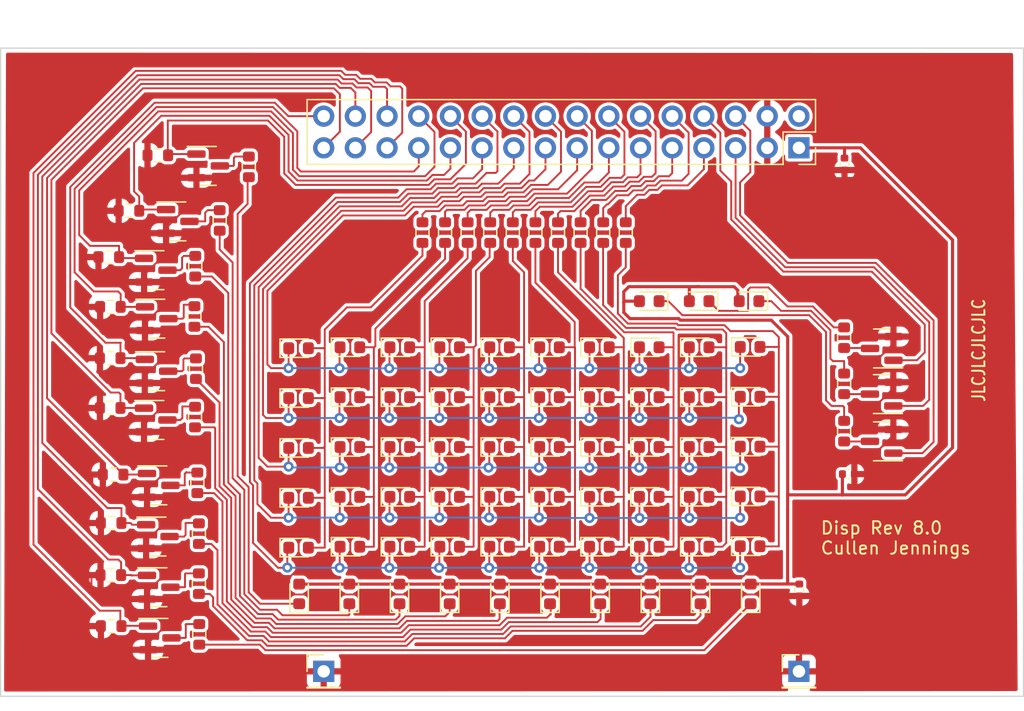
<source format=kicad_pcb>
(kicad_pcb (version 20221018) (generator pcbnew)
  (title_block (title "Disp") (date "2023-11-10") (rev "V8") (company "Cullen Jennings"))
  (layers (0 "F.Cu" signal) (31 "B.Cu" power) (34 "B.Paste" user) (35 "F.Paste" user) (36 "B.SilkS" user "B.Silkscreen") (37 "F.SilkS" user "F.Silkscreen") (38 "B.Mask" user) (39 "F.Mask" user) (44 "Edge.Cuts" user))
  (net 0 "")
  (net 1 "+3.3V")
  (net 2 "GND")
  (net 3 "Net-(D1-K)")
  (net 4 "Net-(Q1-D)")
  (net 5 "Net-(D2-K)")
  (net 6 "Net-(D3-K)")
  (net 7 "Net-(Q2-D)")
  (net 8 "Net-(Q3-D)")
  (net 9 "Net-(Q4-D)")
  (net 10 "Net-(Q5-D)")
  (net 11 "Net-(Q6-D)")
  (net 12 "Net-(Q7-D)")
  (net 13 "Net-(Q8-D)")
  (net 14 "/L4")
  (net 15 "/L8")
  (net 16 "/L3")
  (net 17 "/L7")
  (net 18 "/L2")
  (net 19 "/L6")
  (net 20 "/L5")
  (net 21 "Net-(Q9-D)")
  (net 22 "Net-(Q10-D)")
  (net 23 "Net-(Q11-D)")
  (net 24 "+6V")
  (net 25 "Net-(Q12-D)")
  (net 26 "/L9")
  (net 27 "/L10")
  (net 28 "Net-(Q13-D)")
  (net 29 "/NCOL1")
  (net 30 "/NCOL3")
  (net 31 "/NCOL5")
  (net 32 "/NCOL7")
  (net 33 "/NCOL9")
  (net 34 "/NCOL4")
  (net 35 "/NCOL2")
  (net 36 "/NCOL10")
  (net 37 "/NCOL6")
  (net 38 "/NCOL8")
  (net 39 "/NROW1")
  (net 40 "/NROW2")
  (net 41 "/NROW5")
  (net 42 "/NROW3")
  (net 43 "/NROW4")
  (net 44 "/C5")
  (net 45 "/C7")
  (net 46 "/C8")
  (net 47 "/C9")
  (net 48 "/C2")
  (net 49 "/C3")
  (net 50 "/C4")
  (net 51 "/C10")
  (net 52 "/C1")
  (net 53 "/L1")
  (net 54 "/LED9")
  (net 55 "/LED10")
  (net 56 "/LED7")
  (net 57 "/LED8")
  (net 58 "/LED1")
  (net 59 "/LED2")
  (net 60 "/LED3")
  (net 61 "/LED4")
  (net 62 "/LED5")
  (net 63 "/LED6")
  (net 64 "/LEDMG")
  (net 65 "/LEDMR")
  (net 66 "/LEDMY")
  (net 67 "/C6")
  (footprint "LED_SMD:LED_0603_1608Metric" (layer "F.Cu") (at 201 92)
    (fp_text reference "D20" hide)
    (fp_text value "LED-G")
  )
  (footprint "LED_SMD:LED_0603_1608Metric" (layer "F.Cu") (at 205 96)
    (fp_text reference "D15" hide)
    (fp_text value "LED-G")
  )
  (footprint "Resistor_SMD:R_0603_1608Metric" (layer "F.Cu") (at 184.923696 115.031421 90)
    (fp_text reference "R46" hide)
    (fp_text value "100R")
  )
  (footprint "LED_SMD:LED_0603_1608Metric" (layer "F.Cu") (at 229 88.3 180)
    (fp_text reference "D2" hide)
    (fp_text value "LED-G")
  )
  (footprint "LED_SMD:LED_0603_1608Metric" (layer "F.Cu") (at 197 100)
    (fp_text reference "D29" hide)
    (fp_text value "LED-G")
  )
  (footprint "Package_TO_SOT_SMD:SOT-23" (layer "F.Cu") (at 181.674073 111.248258)
    (fp_text reference "Q5" hide)
    (fp_text value "2N7002")
  )
  (footprint "LED_SMD:LED_0603_1608Metric" (layer "F.Cu") (at 229.08492 91.97485)
    (fp_text reference "D58" hide)
    (fp_text value "LED-G")
  )
  (footprint "Package_TO_SOT_SMD:SOT-23" (layer "F.Cu") (at 181.438657 85.813811)
    (fp_text reference "Q2" hide)
    (fp_text value "2N7002")
  )
  (footprint "LED_SMD:LED_0603_1608Metric" (layer "F.Cu") (at 209 108)
    (fp_text reference "D25" hide)
    (fp_text value "LED-G")
  )
  (footprint "LED_SMD:LED_0603_1608Metric" (layer "F.Cu") (at 200.977778 111.7875 90)
    (fp_text reference "D5" hide)
    (fp_text value "LED-R")
  )
  (footprint "Resistor_SMD:R_0603_1608Metric" (layer "F.Cu") (at 215.496031 82.79985 90)
    (fp_text reference "R56" hide)
    (fp_text value "82R")
  )
  (footprint "LED_SMD:LED_0603_1608Metric" (layer "F.Cu") (at 201 100)
    (fp_text reference "D35" hide)
    (fp_text value "LED-G")
  )
  (footprint "LED_SMD:LED_0603_1608Metric" (layer "F.Cu") (at 205 100)
    (fp_text reference "D32" hide)
    (fp_text value "LED-G")
  )
  (footprint "Resistor_SMD:R_0603_1608Metric" (layer "F.Cu") (at 177.669257 84.764976)
    (fp_text reference "R35" hide)
    (fp_text value "4K7")
  )
  (footprint "Package_TO_SOT_SMD:SOT-23" (layer "F.Cu") (at 181.431924 97.833589)
    (fp_text reference "Q8" hide)
    (fp_text value "2N7002")
  )
  (footprint "Resistor_SMD:R_0603_1608Metric" (layer "F.Cu") (at 188.9 77.525 90)
    (fp_text reference "R6" hide)
    (fp_text value "100R")
  )
  (footprint "Resistor_SMD:R_0603_1608Metric" (layer "F.Cu") (at 208.251587 82.79985 90)
    (fp_text reference "R51" hide)
    (fp_text value "82R")
  )
  (footprint "Resistor_SMD:R_0603_1608Metric" (layer "F.Cu") (at 236.621336 94.932596 -90)
    (fp_text reference "R29" hide)
    (fp_text value "100R" hide)
  )
  (footprint "LED_SMD:LED_0603_1608Metric" (layer "F.Cu") (at 205 108)
    (fp_text reference "D31" hide)
    (fp_text value "LED-G")
  )
  (footprint "blinky_footprints:PinSocket_2x16_P2.54mm_Vertical_FLIP" (layer "F.Cu") (at 233 76 -90)
    (fp_text reference "J1" hide)
    (fp_text value "Conn_02x16_Odd_Even_FLIP")
  )
  (footprint "LED_SMD:LED_0603_1608Metric" (layer "F.Cu") (at 209 100)
    (fp_text reference "D26" hide)
    (fp_text value "LED-G")
  )
  (footprint "Resistor_SMD:R_0603_1608Metric" (layer "F.Cu") (at 177.833212 110.276753)
    (fp_text reference "R41" hide)
    (fp_text value "4K7")
  )
  (footprint "Package_TO_SOT_SMD:SOT-23" (layer "F.Cu") (at 181.495201 93.918935)
    (fp_text reference "Q6" hide)
    (fp_text value "2N7002")
  )
  (footprint "Resistor_SMD:R_0603_1608Metric" (layer "F.Cu") (at 213.68492 82.79985 90)
    (fp_text reference "R57" hide)
    (fp_text value "82R")
  )
  (footprint "LED_SMD:LED_0603_1608Metric" (layer "F.Cu") (at 225 96)
    (fp_text reference "D40" hide)
    (fp_text value "LED-G")
  )
  (footprint "LED_SMD:LED_0603_1608Metric" (layer "F.Cu") (at 221 108)
    (fp_text reference "D38" hide)
    (fp_text value "LED-G")
  )
  (footprint "LED_SMD:LED_0603_1608Metric" (layer "F.Cu") (at 225 108)
    (fp_text reference "D37" hide)
    (fp_text value "LED-G")
  )
  (footprint "LED_SMD:LED_0603_1608Metric" (layer "F.Cu") (at 217 92)
    (fp_text reference "D45" hide)
    (fp_text value "LED-G")
  )
  (footprint "Resistor_SMD:R_0603_1608Metric" (layer "F.Cu") (at 211.873809 82.79985 90)
    (fp_text reference "R49" hide)
    (fp_text value "82R")
  )
  (footprint "LED_SMD:LED_0603_1608Metric" (layer "F.Cu") (at 225 92)
    (fp_text reference "D43" hide)
    (fp_text value "LED-G")
  )
  (footprint "LED_SMD:LED_0603_1608Metric" (layer "F.Cu") (at 225 104)
    (fp_text reference "D49" hide)
    (fp_text value "LED-G")
  )
  (footprint "Package_TO_SOT_SMD:SOT-23" (layer "F.Cu") (at 239.630721 99.543926 180)
    (fp_text reference "Q11" hide)
    (fp_text value "2N7002")
  )
  (footprint "LED_SMD:LED_0603_1608Metric" (layer "F.Cu") (at 225.11111 111.7875 90)
    (fp_text reference "D8" hide)
    (fp_text value "LED-R")
  )
  (footprint "Capacitor_SMD:C_0402_1005Metric" (layer "F.Cu") (at 236.653491 77.303114 -90)
    (fp_text reference "C32" hide)
    (fp_text value "100n")
  )
  (footprint "Package_TO_SOT_SMD:SOT-23" (layer "F.Cu") (at 181.604062 107.18524)
    (fp_text reference "Q3" hide)
    (fp_text value "2N7002")
  )
  (footprint "LED_SMD:LED_0603_1608Metric" (layer "F.Cu") (at 221.088888 111.7875 90)
    (fp_text reference "D6" hide)
    (fp_text value "LED-R")
  )
  (footprint "LED_SMD:LED_0603_1608Metric" (layer "F.Cu") (at 213 104)
    (fp_text reference "D24" hide)
    (fp_text value "LED-G")
  )
  (footprint "LED_SMD:LED_0603_1608Metric" (layer "F.Cu") (at 221 88.3 180)
    (fp_text reference "D1" hide)
    (fp_text value "LED-R")
  )
  (footprint "Package_TO_SOT_SMD:SOT-23" (layer "F.Cu") (at 181.756355 115.316408)
    (fp_text reference "Q7" hide)
    (fp_text value "2N7002")
  )
  (footprint "Resistor_SMD:R_0603_1608Metric" (layer "F.Cu") (at 184.58565 97.598654 90)
    (fp_text reference "R48" hide)
    (fp_text value "100R")
  )
  (footprint "LED_SMD:LED_0603_1608Metric" (layer "F.Cu") (at 217 104)
    (fp_text reference "D51" hide)
    (fp_text value "LED-G")
  )
  (footprint "Resistor_SMD:R_0603_1608Metric" (layer "F.Cu") (at 184.769697 102.873984 90)
    (fp_text reference "R34" hide)
    (fp_text value "100R" hide)
  )
  (footprint "Resistor_SMD:R_0603_1608Metric" (layer "F.Cu") (at 184.602815 85.49663 90)
    (fp_text reference "R36" hide)
    (fp_text value "100R")
  )
  (footprint "LED_SMD:LED_0603_1608Metric" (layer "F.Cu") (at 213 108)
    (fp_text reference "D14" hide)
    (fp_text value "LED-G")
  )
  (footprint "Resistor_SMD:R_0603_1608Metric" (layer "F.Cu") (at 186.5625 81.825 90)
    (fp_text reference "R4" hide)
    (fp_text value "100R")
  )
  (footprint "Resistor_SMD:R_0603_1608Metric" (layer "F.Cu") (at 179.2875 81.05)
    (fp_text reference "R3" hide)
    (fp_text value "4K7")
  )
  (footprint "Resistor_SMD:R_0603_1608Metric" (layer "F.Cu") (at 184.657918 93.720259 90)
    (fp_text reference "R44" hide)
    (fp_text value "100R")
  )
  (footprint "LED_SMD:LED_0603_1608Metric" (layer "F.Cu") (at 192.88492 96.07485)
    (fp_text reference "D52" hide)
    (fp_text value "LED-G")
  )
  (footprint "Resistor_SMD:R_0603_1608Metric" (layer "F.Cu") (at 219.118254 82.79985 90)
    (fp_text reference "R2" hide)
    (fp_text value "82R")
  )
  (footprint "LED_SMD:LED_0603_1608Metric" (layer "F.Cu") (at 217 108)
    (fp_text reference "D39" hide)
    (fp_text value "LED-G")
  )
  (footprint "Package_TO_SOT_SMD:SOT-23" (layer "F.Cu") (at 185.6375 77.45)
    (fp_text reference "Q13" hide)
    (fp_text value "2N7002")
  )
  (footprint "LED_SMD:LED_0603_1608Metric" (layer "F.Cu") (at 197 92)
    (fp_text reference "D19" hide)
    (fp_text value "LED-G")
  )
  (footprint "LED_SMD:LED_0603_1608Metric" (layer "F.Cu") (at 192.88492 92.07485)
    (fp_text reference "D53" hide)
    (fp_text value "LED-G")
  )
  (footprint "LED_SMD:LED_0603_1608Metric" (layer "F.Cu") (at 192.933334 111.7875 90)
    (fp_text reference "D63" hide)
    (fp_text value "LED-R")
  )
  (footprint "Resistor_SMD:R_0603_1608Metric" (layer "F.Cu") (at 177.801015 88.758266)
    (fp_text reference "R39" hide)
    (fp_text value "4K7")
  )
  (footprint "Resistor_SMD:R_0603_1608Metric" (layer "F.Cu") (at 206.440476 82.79985 90)
    (fp_text reference "R53" hide)
    (fp_text value "82R")
  )
  (footprint "LED_SMD:LED_0603_1608Metric" (layer "F.Cu") (at 217 100)
    (fp_text reference "D48" hide)
    (fp_text value "LED-G")
  )
  (footprint "LED_SMD:LED_0603_1608Metric" (layer "F.Cu") (at 197 96)
    (fp_text reference "D17" hide)
    (fp_text value "LED-G")
  )
  (footprint "LED_SMD:LED_0603_1608Metric" (layer "F.Cu") (at 229.08492 103.96735)
    (fp_text reference "D61" hide)
    (fp_text value "LED-G")
  )
  (footprint "LED_SMD:LED_0603_1608Metric" (layer "F.Cu") (at 221 92)
    (fp_text reference "D44" hide)
    (fp_text value "LED-G")
  )
  (footprint "LED_SMD:LED_0603_1608Metric" (layer "F.Cu") (at 205 111.7875 90)
    (fp_text reference "D7" hide)
    (fp_text value "LED-R")
  )
  (footprint "LED_SMD:LED_0603_1608Metric" (layer "F.Cu") (at 213.044444 111.7875 90)
    (fp_text reference "D11" hide)
    (fp_text value "LED-R")
  )
  (footprint "LED_SMD:LED_0603_1608Metric" (layer "F.Cu") (at 209.022222 111.7875 90)
    (fp_text reference "D9" hide)
    (fp_text value "LED-R")
  )
  (footprint "LED_SMD:LED_0603_1608Metric" (layer "F.Cu") (at 197 104)
    (fp_text reference "D30" hide)
    (fp_text value "LED-G")
  )
  (footprint "LED_SMD:LED_0603_1608Metric" (layer "F.Cu") (at 192.88492 104.07485)
    (fp_text reference "D56" hide)
    (fp_text value "LED-G")
  )
  (footprint "LED_SMD:LED_0603_1608Metric" (layer "F.Cu") (at 192.88492 108.07485)
    (fp_text reference "D54" hide)
    (fp_text value "LED-G")
  )
  (footprint "LED_SMD:LED_0603_1608Metric" (layer "F.Cu") (at 229.08492 99.96985)
    (fp_text reference "D60" hide)
    (fp_text value "LED-G")
  )
  (footprint "LED_SMD:LED_0603_1608Metric" (layer "F.Cu") (at 213 100)
    (fp_text reference "D23" hide)
    (fp_text value "LED-G")
  )
  (footprint "LED_SMD:LED_0603_1608Metric" (layer "F.Cu") (at 217 96)
    (fp_text reference "D42" hide)
    (fp_text value "LED-G")
  )
  (footprint "Resistor_SMD:R_0603_1608Metric" (layer "F.Cu") (at 217.307142 82.79985 90)
    (fp_text reference "R55" hide)
    (fp_text value "82R")
  )
  (footprint "Package_TO_SOT_SMD:SOT-23" (layer "F.Cu") (at 183.2 81.9)
    (fp_text reference "Q12" hide)
    (fp_text value "2N7002")
  )
  (footprint "Resistor_SMD:R_0603_1608Metric" (layer "F.Cu") (at 184.537471 89.528701 90)
    (fp_text reference "R40" hide)
    (fp_text value "100R")
  )
  (footprint "Resistor_SMD:R_0603_1608Metric" (layer "F.Cu") (at 202.818254 82.79985 90)
    (fp_text reference "R1" hide)
    (fp_text value "82R")
  )
  (footprint "LED_SMD:LED_0603_1608Metric" (layer "F.Cu") (at 192.88492 100.07485)
    (fp_text reference "D55" hide)
    (fp_text value "LED-G")
  )
  (footprint "LED_SMD:LED_0603_1608Metric" (layer "F.Cu") (at 221 96)
    (fp_text reference "D41" hide)
    (fp_text value "LED-G")
  )
  (footprint "LED_SMD:LED_0603_1608Metric" (layer "F.Cu") (at 209 96)
    (fp_text reference "D16" hide)
    (fp_text value "LED-G")
  )
  (footprint "LED_SMD:LED_0603_1608Metric" (layer "F.Cu") (at 205 104)
    (fp_text reference "D33" hide)
    (fp_text value "LED-G")
  )
  (footprint "LED_SMD:LED_0603_1608Metric" (layer "F.Cu") (at 213 92)
    (fp_text reference "D13" hide)
    (fp_text value "LED-G")
  )
  (footprint "LED_SMD:LED_0603_1608Metric" (layer "F.Cu") (at 201 108)
    (fp_text reference "D34" hide)
    (fp_text value "LED-G")
  )
  (footprint "LED_SMD:LED_0603_1608Metric" (layer "F.Cu") (at 209 92)
    (fp_text reference "D22" hide)
    (fp_text value "LED-G")
  )
  (footprint "LED_SMD:LED_0603_1608Metric" (layer "F.Cu") (at 225 88.3 180)
    (fp_text reference "D3" hide)
    (fp_text value "LED-Y")
  )
  (footprint "Package_TO_SOT_SMD:SOT-23" (layer "F.Cu") (at 239.639673 92.092103 180)
    (fp_text reference "Q10" hide)
    (fp_text value "2N7002")
  )
  (footprint "LED_SMD:LED_0603_1608Metric" (layer "F.Cu") (at 229.133334 111.7875 90)
    (fp_text reference "D10" hide)
    (fp_text value "LED-R")
  )
  (footprint "Resistor_SMD:R_0603_1608Metric" (layer "F.Cu") (at 184.896215 106.952244 90)
    (fp_text reference "R38" hide)
    (fp_text value "100R")
  )
  (footprint "Resistor_SMD:R_0603_1608Metric" (layer "F.Cu") (at 210.062698 82.79985 90)
    (fp_text reference "R50" hide)
    (fp_text value "82R")
  )
  (footprint "LED_SMD:LED_0603_1608Metric" (layer "F.Cu") (at 201 96)
    (fp_text reference "D18" hide)
    (fp_text value "LED-G")
  )
  (footprint "Package_TO_SOT_SMD:SOT-23" (layer "F.Cu") (at 181.673195 103.077001)
    (fp_text reference "Q1" hide)
    (fp_text value "2N7002" hide)
  )
  (footprint "Resistor_SMD:R_0603_1608Metric" (layer "F.Cu") (at 181.6 76.6)
    (fp_text reference "R5" hide)
    (fp_text value "4K7")
  )
  (footprint "LED_SMD:LED_0603_1608Metric" (layer "F.Cu") (at 221 100)
    (fp_text reference "D47" hide)
    (fp_text value "LED-G")
  )
  (footprint "Resistor_SMD:R_0603_1608Metric" (layer "F.Cu") (at 184.896215 110.964352 90)
    (fp_text reference "R42" hide)
    (fp_text value "100R")
  )
  (footprint "LED_SMD:LED_0603_1608Metric" (layer "F.Cu") (at 225 100)
    (fp_text reference "D46" hide)
    (fp_text value "LED-G")
  )
  (footprint "Connector_PinHeader_2.54mm:PinHeader_1x01_P2.54mm_Vertical" (layer "F.Cu") (at 194.9 118)
    (fp_text reference "J3" hide)
    (fp_text value "Conn_01x01_Pin")
  )
  (footprint "Resistor_SMD:R_0603_1608Metric" (layer "F.Cu") (at 236.621336 98.732596 -90)
    (fp_text reference "R30" hide)
    (fp_text value "100R" hide)
  )
  (footprint "Package_TO_SOT_SMD:SOT-23" (layer "F.Cu") (at 181.512294 89.705959)
    (fp_text reference "Q4" hide)
    (fp_text value "2N7002")
  )
  (footprint "LED_SMD:LED_0603_1608Metric" (layer "F.Cu") (at 217.066666 111.7875 90)
    (fp_text reference "D4" hide)
    (fp_text value "LED-R")
  )
  (footprint "LED_SMD:LED_0603_1608Metric" (layer "F.Cu") (at 221 104)
    (fp_text reference "D50" hide)
    (fp_text value "LED-G")
  )
  (footprint "Resistor_SMD:R_0603_1608Metric" (layer "F.Cu") (at 177.86188 114.371302)
    (fp_text reference "R45" hide)
    (fp_text value "4K7")
  )
  (footprint "LED_SMD:LED_0603_1608Metric" (layer "F.Cu") (at 205 92)
    (fp_text reference "D21" hide)
    (fp_text value "LED-G")
  )
  (footprint "LED_SMD:LED_0603_1608Metric" (layer "F.Cu") (at 201 104)
    (fp_text reference "D36" hide)
    (fp_text value "LED-G")
  )
  (footprint "LED_SMD:LED_0603_1608Metric" (layer "F.Cu") (at 213 96)
    (fp_text reference "D12" hide)
    (fp_text value "LED-G")
  )
  (footprint "Resistor_SMD:R_0603_1608Metric" (layer "F.Cu") (at 177.783557 96.867994)
    (fp_text reference "R47" hide)
    (fp_text value "4K7")
  )
  (footprint "LED_SMD:LED_0603_1608Metric" (layer "F.Cu") (at 197 108)
    (fp_text reference "D28" hide)
    (fp_text value "LED-G")
  )
  (footprint "LED_SMD:LED_0603_1608Metric" (layer "F.Cu") (at 229.08492 95.97235)
    (fp_text reference "D57" hide)
    (fp_text value "LED-G")
  )
  (footprint "Capacitor_SMD:C_0402_1005Metric" (layer "F.Cu") (at 236.96492 102.17485)
    (fp_text reference "C36" hide)
    (fp_text value "100n")
  )
  (footprint "Connector_PinHeader_2.54mm:PinHeader_1x01_P2.54mm_Vertical" (layer "F.Cu") (at 233 118)
    (fp_text reference "J2" hide)
    (fp_text value "Conn_01x01_Pin")
  )
  (footprint "Resistor_SMD:R_0603_1608Metric" (layer "F.Cu") (at 177.860692 106.099764)
    (fp_text reference "R37" hide)
    (fp_text value "4K7")
  )
  (footprint "LED_SMD:LED_0603_1608Metric" (layer "F.Cu") (at 209 104)
    (fp_text reference "D27" hide)
    (fp_text value "LED-G")
  )
  (footprint "LED_SMD:LED_0603_1608Metric" (layer "F.Cu") (at 229.08492 107.964852)
    (fp_text reference "D59" hide)
    (fp_text value "LED-G")
  )
  (footprint "Resistor_SMD:R_0603_1608Metric" (layer "F.Cu") (at 236.621336 91.232596 -90)
    (fp_text reference "R31" hide)
    (fp_text value "100R" hide)
  )
  (footprint "Capacitor_SMD:C_0402_1005Metric" (layer "F.Cu") (at 233.029744 111.471147 -90)
    (fp_text reference "C38" hide)
    (fp_text value "100n")
  )
  (footprint "Resistor_SMD:R_0603_1608Metric" (layer "F.Cu") (at 178.020156 102.210085)
    (fp_text reference "R33" hide)
    (fp_text value "4K7")
  )
  (footprint "Package_TO_SOT_SMD:SOT-23" (layer "F.Cu") (at 239.625184 95.755638 180)
    (fp_text reference "Q9" hide)
    (fp_text value "2N7002")
  )
  (footprint "LED_SMD:LED_0603_1608Metric" (layer "F.Cu") (at 196.955556 111.7875 90)
    (fp_text reference "D62" hide)
    (fp_text value "LED-R")
  )
  (footprint "Resistor_SMD:R_0603_1608Metric" (layer "F.Cu") (at 204.629365 82.79985 90)
    (fp_text reference "R52" hide)
    (fp_text value "82R")
  )
  (footprint "Resistor_SMD:R_0603_1608Metric" (layer "F.Cu") (at 177.784563 92.87117)
    (fp_text reference "R43" hide)
    (fp_text value "4K7")
  )
  (gr_line (start 169 120) (end 251 120) (stroke (width 0.1)) (layer "Edge.Cuts"))
  (gr_line (start 169 68) (end 251 68) (stroke (width 0.1)) (layer "Edge.Cuts"))
  (gr_line (start 251 68) (end 251 120) (stroke (width 0.1)) (layer "Edge.Cuts"))
  (gr_line (start 169 68) (end 169 120) (stroke (width 0.1)) (layer "Edge.Cuts"))
  (gr_text "Disp Rev 8.0	\nCullen Jennings" (at 234.664442 108.693825) (layer "F.SilkS") (effects (font (size 1 1)) (justify left bottom)))
  (gr_text "JLCJLCJLCJLC" (at 247.996157 96.457867 90) (layer "F.SilkS") (effects (font (size 1 0.8)) (justify left bottom)))
  (segment (start 233.029744 110.991147) (end 232.126368 110.991147) (width 0.25) (layer "F.Cu") (net 1))
  (segment (start 220.2125 88.3) (end 219.058204 88.3) (width 0.25) (layer "F.Cu") (net 1))
  (segment (start 228.1 88.1875) (end 228.2125 88.3) (width 0.25) (layer "F.Cu") (net 1))
  (segment (start 217.066666 111) (end 213.044444 111) (width 0.25) (layer "F.Cu") (net 1))
  (segment (start 232.097954 91.14158) (end 232.097954 103.835922) (width 0.25) (layer "F.Cu") (net 1))
  (segment (start 232.097954 103.835922) (end 232.093262 103.840614) (width 0.25) (layer "F.Cu") (net 1))
  (segment (start 218.958204 89.207596) (end 219.450608 89.7) (width 0.25) (layer "F.Cu") (net 1))
  (segment (start 223.365705 89.7) (end 223.490555 89.82485) (width 0.25) (layer "F.Cu") (net 1))
  (segment (start 224.2125 88.3) (end 224.2125 87.174302) (width 0.25) (layer "F.Cu") (net 1))
  (segment (start 232.093262 110.958041) (end 232.126368 110.991147) (width 0.25) (layer "F.Cu") (net 1))
  (segment (start 232.093262 103.840614) (end 232.093262 110.958041) (width 0.25) (layer "F.Cu") (net 1))
  (segment (start 205 111) (end 200.977778 111) (width 0.25) (layer "F.Cu") (net 1))
  (segment (start 245.31553 83.389175) (end 245.31553 100.05243) (width 0.25) (layer "F.Cu") (net 1))
  (segment (start 236.484954 103.840614) (end 232.093262 103.840614) (width 0.25) (layer "F.Cu") (net 1))
  (segment (start 233 76) (end 236.662532 76) (width 0.25) (layer "F.Cu") (net 1))
  (segment (start 219.363061 87.136939) (end 225.024005 87.136939) (width 0.25) (layer "F.Cu") (net 1))
  (segment (start 229.133334 111) (end 225.11111 111) (width 0.25) (layer "F.Cu") (net 1))
  (segment (start 218.958204 88.4) (end 218.958204 89.207596) (width 0.25) (layer "F.Cu") (net 1))
  (segment (start 245.31553 100.05243) (end 241.527346 103.840614) (width 0.25) (layer "F.Cu") (net 1))
  (segment (start 224.741315 87.142181) (end 227.808654 87.142181) (width 0.25) (layer "F.Cu") (net 1))
  (segment (start 225.11111 111) (end 221.088888 111) (width 0.25) (layer "F.Cu") (net 1))
  (segment (start 219.450608 89.7) (end 223.365705 89.7) (width 0.25) (layer "F.Cu") (net 1))
  (segment (start 213.044444 111) (end 209.022222 111) (width 0.25) (layer "F.Cu") (net 1))
  (segment (start 218.958204 87.541796) (end 219.363061 87.136939) (width 0.25) (layer "F.Cu") (net 1))
  (segment (start 236.48492 102.17485) (end 236.48492 103.84058) (width 0.25) (layer "F.Cu") (net 1))
  (segment (start 219.058204 88.3) (end 218.958204 88.4) (width 0.25) (layer "F.Cu") (net 1))
  (segment (start 230.781224 89.82485) (end 232.097954 91.14158) (width 0.25) (layer "F.Cu") (net 1))
  (segment (start 227.808654 87.142181) (end 228.1 87.433527) (width 0.25) (layer "F.Cu") (net 1))
  (segment (start 218.958204 88.4) (end 218.958204 87.541796) (width 0.25) (layer "F.Cu") (net 1))
  (segment (start 232.126368 110.991147) (end 229.142187 110.991147) (width 0.25) (layer "F.Cu") (net 1))
  (segment (start 236.662532 76) (end 237.926355 76) (width 0.25) (layer "F.Cu") (net 1))
  (segment (start 236.48492 103.84058) (end 236.484954 103.840614) (width 0.25) (layer "F.Cu") (net 1))
  (segment (start 241.527346 103.840614) (end 236.484954 103.840614) (width 0.25) (layer "F.Cu") (net 1))
  (segment (start 237.926355 76) (end 245.31553 83.389175) (width 0.25) (layer "F.Cu") (net 1))
  (segment (start 229.142187 110.991147) (end 229.133334 111) (width 0.25) (layer "F.Cu") (net 1))
  (segment (start 228.1 87.433527) (end 228.1 88.1875) (width 0.25) (layer "F.Cu") (net 1))
  (segment (start 236.653491 76.823114) (end 236.653491 76.009041) (width 0.25) (layer "F.Cu") (net 1))
  (segment (start 223.490555 89.82485) (end 230.781224 89.82485) (width 0.25) (layer "F.Cu") (net 1))
  (segment (start 236.653491 76.009041) (end 236.662532 76) (width 0.25) (layer "F.Cu") (net 1))
  (segment (start 221.088888 111) (end 217.066666 111) (width 0.25) (layer "F.Cu") (net 1))
  (segment (start 209.022222 111) (end 205 111) (width 0.25) (layer "F.Cu") (net 1))
  (segment (start 200.977778 111) (end 196.955556 111) (width 0.25) (layer "F.Cu") (net 1))
  (segment (start 196.955556 111) (end 192.933334 111) (width 0.25) (layer "F.Cu") (net 1))
  (segment (start 191.446919 111.746576) (end 191.50388 111.803537) (width 0.15) (layer "F.Cu") (net 2))
  (segment (start 182.38492 94.97485) (end 182.28492 94.87485) (width 0.15) (layer "F.Cu") (net 2))
  (segment (start 192.893496 109.720869) (end 192.264515 110.34985) (width 0.15) (layer "F.Cu") (net 2))
  (segment (start 224.52823 110.369616) (end 223.290897 110.369616) (width 0.15) (layer "F.Cu") (net 2))
  (segment (start 176.282629 110.336074) (end 176.282629 111.524519) (width 0.15) (layer "F.Cu") (net 2))
  (segment (start 230.46 71.224895) (end 228.659955 69.42485) (width 0.25) (layer "F.Cu") (net 2))
  (segment (start 182.48492 114.07485) (end 182.48492 112.57485) (width 0.15) (layer "F.Cu") (net 2))
  (segment (start 176.393071 102.210085) (end 176.351708 102.251448) (width 0.15) (layer "F.Cu") (net 2))
  (segment (start 180.888397 118) (end 180.818855 118.069542) (width 0.25) (layer "F.Cu") (net 2))
  (segment (start 182.2625 82.85) (end 182.2625 82.436459) (width 0.15) (layer "F.Cu") (net 2))
  (segment (start 229.020553 109.893812) (end 228.564515 110.34985) (width 0.15) (layer "F.Cu") (net 2))
  (segment (start 178.873071 98.783589) (end 178.844382 98.7549) (width 0.15) (layer "F.Cu") (net 2))
  (segment (start 178.555108 86.976531) (end 178.822905 86.708734) (width 0.15) (layer "F.Cu") (net 2))
  (segment (start 221.41555 109.874736) (end 220.98528 109.874736) (width 0.15) (layer "F.Cu") (net 2))
  (segment (start 237.44492 102.17485) (end 239.08492 102.17485) (width 0.25) (layer "F.Cu") (net 2))
  (segment (start 182.2125 82.8) (end 182.2625 82.85) (width 0.15) (layer "F.Cu") (net 2))
  (segment (start 180.735695 104.027001) (end 180.735695 103.465542) (width 0.15) (layer "F.Cu") (net 2))
  (segment (start 177.503107 108.175832) (end 178.771479 108.175832) (width 0.15) (layer "F.Cu") (net 2))
  (segment (start 192.893496 109.714526) (end 192.893496 109.720869) (width 0.15) (layer "F.Cu") (net 2))
  (segment (start 182.48492 109.888452) (end 182.48492 108.37485) (width 0.15) (layer "F.Cu") (net 2))
  (segment (start 192.831596 94.629383) (end 192.831596 98.405252) (width 0.15) (layer "F.Cu") (net 2))
  (segment (start 180.736573 112.198258) (end 180.736573 111.636799) (width 0.15) (layer "F.Cu") (net 2))
  (segment (start 176.959563 92.87117) (end 176.959563 94.275737) (width 0.15) (layer "F.Cu") (net 2))
  (segment (start 182.2625 82.436459) (end 184.7 79.998959) (width 0.15) (layer "F.Cu") (net 2))
  (segment (start 180.735695 104.027001) (end 178.998407 104.027001) (width 0.15) (layer "F.Cu") (net 2))
  (segment (start 229.083423 109.893812) (end 229.020553 109.893812) (width 0.15) (layer "F.Cu") (net 2))
  (segment (start 180.68492 107.07485) (end 181.165493 107.07485) (width 0.15) (layer "F.Cu") (net 2))
  (segment (start 178.872454 104.148978) (end 178.996419 104.025013) (width 0.15) (layer "F.Cu") (net 2))
  (segment (start 178.4625 81.05) (end 178.4625 82.1625) (width 0.15) (layer "F.Cu") (net 2))
  (segment (start 238.703996 98.593926) (end 238.48492 98.37485) (width 0.15) (layer "F.Cu") (net 2))
  (segment (start 178.480963 90.940831) (end 178.846234 90.57556) (width 0.15) (layer "F.Cu") (net 2))
  (segment (start 177.585292 99.21222) (end 178.387062 99.21222) (width 0.15) (layer "F.Cu") (net 2))
  (segment (start 182.48492 112.57485) (end 182.08492 112.17485) (width 0.15) (layer "F.Cu") (net 2))
  (segment (start 182.18492 108.07485) (end 182.12453 108.13524) (width 0.15) (layer "F.Cu") (net 2))
  (segment (start 178.4625 82.1625) (end 179.1 82.8) (width 0.15) (layer "F.Cu") (net 2))
  (segment (start 176.844257 86.035838) (end 176.85479 86.046371) (width 0.15) (layer "F.Cu") (net 2))
  (segment (start 236.653491 77.783114) (end 236.653491 78.461439) (width 0.25) (layer "F.Cu") (net 2))
  (segment (start 177.788629 116.266408) (end 180.818855 116.266408) (width 0.15) (layer "F.Cu") (net 2))
  (segment (start 230.46 73.46) (end 230.46 71.224895) (width 0.25) (layer "F.Cu") (net 2))
  (segment (start 176.948891 110.336074) (end 176.282629 110.336074) (width 0.15) (layer "F.Cu") (net 2))
  (segment (start 238.48492 93.795815) (end 240.577173 91.703562) (width 0.15) (layer "F.Cu") (net 2))
  (segment (start 182.78492 105.455423) (end 182.78492 104.27485) (width 0.15) (layer "F.Cu") (net 2))
  (segment (start 244.463166 84.483674) (end 244.463166 99.950814) (width 0.25) (layer "F.Cu") (net 2))
  (segment (start 233 111.980891) (end 233 118) (width 0.25) (layer "F.Cu") (net 2))
  (segment (start 238.48492 98.37485) (end 238.48492 97.37485) (width 0.15) (layer "F.Cu") (net 2))
  (segment (start 221.001233 106.358695) (end 220.9937 106.351162) (width 0.15) (layer "F.Cu") (net 2))
  (segment (start 180.735695 103.465542) (end 182.78492 101.416317) (width 0.15) (layer "F.Cu") (net 2))
  (segment (start 217.023088 90.66125) (end 217.023088 109.577532) (width 0.15) (layer "F.Cu") (net 2))
  (segment (start 242.243362 102.170618) (end 239.089152 102.170618) (width 0.25) (layer "F.Cu") (net 2))
  (segment (start 170.18168 78.007107) (end 170.18168 109.60139) (width 0.25) (layer "F.Cu") (net 2))
  (segment (start 177.03688 114.371302) (end 177.03688 115.514659) (width 0.15) (layer "F.Cu") (net 2))
  (segment (start 178.877982 86.763811) (end 178.822905 86.708734) (width 0.15) (layer "F.Cu") (net 2))
  (segment (start 176.85479 86.046371) (end 176.85479 86.340164) (width 0.15) (layer "F.Cu") (net 2))
  (segment (start 238.440931 78.461439) (end 244.463166 84.483674) (width 0.25) (layer "F.Cu") (net 2))
  (segment (start 180.494424 98.783589) (end 178.873071 98.783589) (width 0.15) (layer "F.Cu") (net 2))
  (segment (start 184.7 79.998959) (end 184.7 78.4) (width 0.15) (layer "F.Cu") (net 2))
  (segment (start 180.666562 108.13524) (end 178.812071 108.13524) (width 0.15) (layer "F.Cu") (net 2))
  (segment (start 181.165493 107.07485) (end 182.78492 105.455423) (width 0.15) (layer "F.Cu") (net 2))
  (segment (start 178.926633 90.655959) (end 178.846234 90.57556) (width 0.15) (layer "F.Cu") (net 2))
  (segment (start 176.351708 102.251448) (end 176.351708 103.195597) (width 0.15) (layer "F.Cu") (net 2))
  (segment (start 177.352621 104.148978) (end 178.872454 104.148978) (width 0.15) (layer "F.Cu") (net 2))
  (segment (start 220.98528 109.895915) (end 220.516392 110.364803) (width 0.15) (layer "F.Cu") (net 2))
  (segment (start 192.85223 98.425886) (end 192.893496 98.467152) (width 0.15) (layer "F.Cu") (net 2))
  (segment (start 231.244103 78.478211) (end 236.636719 78.478211) (width 0.25) (layer "F.Cu") (net 2))
  (segment (start 182.48492 108.37485) (end 182.18492 108.07485) (width 0.15) (layer "F.Cu") (net 2))
  (segment (start 182.08492 112.17485) (end 182.061512 112.198258) (width 0.15) (layer "F.Cu") (net 2))
  (segment (start 178.81326 94.868935) (end 178.787606 94.843281) (width 0.15) (layer "F.Cu") (net 2))
  (segment (start 182.061512 112.198258) (end 180.736573 112.198258) (width 0.15) (layer "F.Cu") (net 2))
  (segment (start 182.38492 98.77485) (end 182.376181 98.783589) (width 0.15) (layer "F.Cu") (net 2))
  (segment (start 192.893496 98.467152) (end 192.893496 102.346188) (width 0.15) (layer "F.Cu") (net 2))
  (segment (start 176.282629 111.524519) (end 177.158073 112.399963) (width 0.15) (layer "F.Cu") (net 2))
  (segment (start 180.818855 115.740915) (end 182.48492 114.07485) (width 0.15) (layer "F.Cu") (net 2))
  (segment (start 238.48492 97.37485) (end 240.562684 95.297086) (width 0.15) (layer "F.Cu") (net 2))
  (segment (start 177.529452 94.845626) (end 177.531797 94.843281) (width 0.15) (layer "F.Cu") (net 2))
  (segment (start 182.48492 90.77485) (end 182.366029 90.655959) (width 0.15) (layer "F.Cu") (net 2))
  (segment (start 180.666562 107.093208) (end 180.68492 107.07485) (width 0.15) (layer "F.Cu") (net 2))
  (segment (start 192.831596 98.405252) (end 192.85223 98.425886) (width 0.15) (layer "F.Cu") (net 2))
  (segment (start 176.85479 86.340164) (end 177.491157 86.976531) (width 0.15) (layer "F.Cu") (net 2))
  (segment (start 178.614964 112.198258) (end 178.588895 112.172189) (width 0.15) (layer "F.Cu") (net 2))
  (segment (start 180.563616 94.87485) (end 180.557701 94.868935) (width 0.15) (layer "F.Cu") (net 2))
  (segment (start 177.035692 107.708417) (end 177.503107 108.175832) (width 0.15) (layer "F.Cu") (net 2))
  (segment (start 217.810359 110.364803) (end 217.023088 109.577532) (width 0.15) (layer "F.Cu") (net 2))
  (segment (start 180.501157 86.763811) (end 178.877982 86.763811) (width 0.15) (layer "F.Cu") (net 2))
  (segment (start 194.114631 111.832018) (end 230.342073 111.832018) (width 0.15) (layer "F.Cu") (net 2))
  (segment (start 180.512196 86.77485) (end 180.501157 86.763811) (width 0.15) (layer "F.Cu") (net 2))
  (segment (start 176.844257 84.764976) (end 176.844257 86.035838) (width 0.15) (layer "F.Cu") (net 2))
  (segment (start 182.376181 98.783589) (end 180.494424 98.783589) (width 0.15) (layer "F.Cu") (net 2))
  (segment (start 177.531797 94.843281) (end 178.787606 94.843281) (width 0.15) (layer "F.Cu") (net 2))
  (segment (start 236.653491 78.461439) (end 238.440931 78.461439) (width 0.25) (layer "F.Cu") (net 2))
  (segment (start 239.08492 100.543072) (end 239.08492 102.17485) (width 0.15) (layer "F.Cu") (net 2))
  (segment (start 180.557701 94.868935) (end 178.81326 94.868935) (width 0.15) (layer "F.Cu") (net 2))
  (segment (start 236.653491 78.461439) (end 236.636719 78.478211) (width 0.25) (layer "F.Cu") (net 2))
  (segment (start 233 118) (end 194.9 118) (width 0.25) (layer "F.Cu") (net 2))
  (segment (start 180.557701 94.868935) (end 180.557701 94.307476) (width 0.15) (layer "F.Cu") (net 2))
  (segment (start 239.089152 102.170618) (end 239.08492 102.17485) (width 0.25) (layer "F.Cu") (net 2))
  (segment (start 222.796017 109.874736) (end 221.41555 109.874736) (width 0.15) (layer "F.Cu") (net 2))
  (segment (start 228.659955 69.42485) (end 178.763937 69.42485) (width 0.25) (layer "F.Cu") (net 2))
  (segment (start 191.532361 111.832018) (end 194.114631 111.832018) (width 0.15) (layer "F.Cu") (net 2))
  (segment (start 229.083423 91.416321) (end 229.083423 109.893812) (width 0.15) (layer "F.Cu") (net 2))
  (segment (start 182.48492 88.184374) (end 182.48492 86.97485) (width 0.15) (layer "F.Cu") (net 2))
  (segment (start 180.574794 90.0945) (end 182.48492 88.184374) (width 0.15) (layer "F.Cu") (net 2))
  (segment (start 178.998407 104.027001) (end 178.996419 104.025013) (width 0.15) (layer "F.Cu") (net 2))
  (segment (start 180.818855 116.266408) (end 180.818855 115.740915) (width 0.15) (layer "F.Cu") (net 2))
  (segment (start 240.577173 91.703562) (end 240.577173 91.142103) (width 0.15) (layer "F.Cu") (net 2))
  (segment (start 240.562684 94.805638) (end 238.915708 94.805638) (width 0.15) (layer "F.Cu") (net 2))
  (segment (start 180.501157 86.202352) (end 182.2625 84.441009) (width 0.15) (layer "F.Cu") (net 2))
  (segment (start 220.516392 110.364803) (end 217.810359 110.364803) (width 0.15) (layer "F.Cu") (net 2))
  (segment (start 221.41555 109.492441) (end 221.001233 109.078124) (width 0.15) (layer "F.Cu") (net 2))
  (segment (start 182.2625 84.441009) (end 182.2625 82.85) (width 0.15) (layer "F.Cu") (net 2))
  (segment (start 182.48492 86.97485) (end 182.28492 86.77485) (width 0.15) (layer "F.Cu") (net 2))
  (segment (start 225.017243 109.880603) (end 224.52823 110.369616) (width 0.15) (layer "F.Cu") (net 2))
  (segment (start 182.78492 99.17485) (end 182.38492 98.77485) (width 0.15) (layer "F.Cu") (net 2))
  (segment (start 176.351708 103.195597) (end 177.305089 104.148978) (width 0.15) (layer "F.Cu") (net 2))
  (segment (start 180.818855 118.069542) (end 180.824163 118.07485) (width 0.25) (layer "F.Cu") (net 2))
  (segment (start 180.736573 112.198258) (end 178.614964 112.198258) (width 0.15) (layer "F.Cu") (net 2))
  (segment (start 192.264515 110.34985) (end 191.464746 110.34985) (width 0.15) (layer "F.Cu") (net 2))
  (segment (start 182.78492 104.27485) (end 182.58492 104.07485) (width 0.15) (layer "F.Cu") (net 2))
  (segment (start 178.763937 69.42485) (end 170.18168 78.007107) (width 0.25) (layer "F.Cu") (net 2))
  (segment (start 182.48492 92.380257) (end 182.48492 90.77485) (width 0.15) (layer "F.Cu") (net 2))
  (segment (start 240.562684 95.297086) (end 240.562684 94.805638) (width 0.15) (layer "F.Cu") (net 2))
  (segment (start 179.1 82.8) (end 182.2125 82.8) (width 0.15) (layer "F.Cu") (net 2))
  (segment (start 180.666562 108.13524) (end 180.666562 107.093208) (width 0.15) (layer "F.Cu") (net 2))
  (segment (start 213.007187 90.523204) (end 213.007187 109.439486) (width 0.15) (layer "F.Cu") (net 2))
  (segment (start 180.574794 90.655959) (end 180.574794 90.0945) (width 0.15) (layer "F.Cu") (net 2))
  (segment (start 177.305089 104.148978) (end 177.352621 104.148978) (width 0.15) (layer "F.Cu") (net 2))
  (segment (start 177.03688 115.514659) (end 177.788629 116.266408) (width 0.15) (layer "F.Cu") (net 2))
  (segment (start 192.831596 90.275785) (end 192.831596 94.629383) (width 0.15) (layer "F.Cu") (net 2))
  (segment (start 176.991137 88.773388) (end 176.991137 90.722689) (width 0.15) (layer "F.Cu") (net 2))
  (segment (start 180.736573 111.636799) (end 182.48492 109.888452) (width 0.15) (layer "F.Cu") (net 2))
  (segment (start 180.775 76.6) (end 180.775 77.375) (width 0.15) (layer "F.Cu") (net 2))
  (segment (start 192.893496 109.714526) (end 192.911021 109.732051) (width 0.15) (layer "F.Cu") (net 2))
  (segment (start 204.988596 90.337946) (end 204.988596 109.254228) (width 0.15) (layer "F.Cu") (net 2))
  (segment (start 230.46 77.694108) (end 231.244103 78.478211) (width 0.25) (layer "F.Cu") (net 2))
  (segment (start 228.564515 110.34985) (end 226.566581 110.34985) (width 0.15) (layer "F.Cu") (net 2))
  (segment (start 244.463166 99.950814) (end 242.243362 102.170618) (width 0.25) (layer "F.Cu") (net 2))
  (segment (start 230.342073 111.832018) (end 230.37344 111.800651) (width 0.15) (layer "F.Cu") (net 2))
  (segment (start 230.46 76) (end 230.46 73.46) (width 0.25) (layer "F.Cu") (net 2))
  (segment (start 223.290897 110.369616) (end 222.796017 109.874736) (width 0.15) (layer "F.Cu") (net 2))
  (segment (start 240.568221 98.593926) (end 238.703996 98.593926) (width 0.15) (layer "F.Cu") (net 2))
  (segment (start 180.494424 98.783589) (end 180.494424 98.22213) (width 0.15) (layer "F.Cu") (net 2))
  (segment (start 177.195156 102.210085) (end 176.393071 102.210085) (width 0.15) (layer "F.Cu") (net 2))
  (segment (start 180.494424 98.22213) (end 182.38492 96.331634) (width 0.15) (layer "F.Cu") (net 2))
  (segment (start 208.985461 90.304797) (end 208.985461 109.221079) (width 0.15) (layer "F.Cu") (net 2))
  (segment (start 177.209279 90.940831) (end 178.480963 90.940831) (width 0.15) (layer "F.Cu") (net 2))
  (segment (start 230.46 76) (end 230.46 77.694108) (width 0.25) (layer "F.Cu") (net 2))
  (segment (start 226.566581 110.34985) (end 226.097334 109.880603) (width 0.15) (layer "F.Cu") (net 2))
  (segment (start 182.78492 101.416317) (end 182.78492 99.17485) (width 0.15) (layer "F.Cu") (net 2))
  (segment (start 176.963314 96.872751) (end 176.963314 98.590242) (width 0.15) (layer "F.Cu") (net 2))
  (segment (start 240.568221 98.593926) (end 240.568221 99.059771) (width 0.15) (layer "F.Cu") (net 2))
  (segment (start 191.446919 110.332023) (end 191.446919 111.746576) (width 0.15) (layer "F.Cu") (net 2))
  (segment (start 180.501157 86.763811) (end 180.501157 86.202352) (width 0.15) (layer "F.Cu") (net 2))
  (segment (start 238.915708 94.805638) (end 238.48492 94.37485) (width 0.15) (layer "F.Cu") (net 2))
  (segment (start 220.98528 109.874736) (end 220.98528 109.895915) (width 0.15) (layer "F.Cu") (net 2))
  (segment (start 178.387062 99.21222) (end 178.844382 98.7549) (width 0.15) (layer "F.Cu") (net 2))
  (segment (start 221.001233 109.078124) (end 221.001233 106.358695) (width 0.15) (layer "F.Cu") (net 2))
  (segment (start 221.41555 109.874736) (end 221.41555 109.492441) (width 0.15) (layer "F.Cu") (net 2))
  (segment (start 177.491157 86.976531) (end 178.555108 86.976531) (width 0.15) (layer "F.Cu") (net 2))
  (segment (start 178.361121 112.399963) (end 178.588895 112.172189) (width 0.15) (layer "F.Cu") (net 2))
  (segment (start 225.017243 109.880603) (end 225.017243 90.964321) (width 0.15) (layer "F.Cu") (net 2))
  (segment (start 182.12453 108.13524) (end 180.666562 108.13524) (width 0.15) (layer "F.Cu") (net 2))
  (segment (start 191.50388 111.803537) (end 191.532361 111.832018) (width 0.15) (layer "F.Cu") (net 2))
  (segment (start 180.574794 90.655959) (end 178.926633 90.655959) (width 0.15) (layer "F.Cu") (net 2))
  (segment (start 197.031452 90.460504) (end 197.031452 109.376786) (width 0.15) (layer "F.Cu") (net 2))
  (segment (start 180.557701 94.307476) (end 182.48492 92.380257) (width 0.15) (layer "F.Cu") (net 2))
  (segment (start 238.48492 94.37485) (end 238.48492 93.795815) (width 0.15) (layer "F.Cu") (net 2))
  (segment (start 182.58492 104.07485) (end 180.783544 104.07485) (width 0.15) (layer "F.Cu") (net 2))
  (segment (start 176.959563 94.275737) (end 177.529452 94.845626) (width 0.15) (layer "F.Cu") (net 2))
  (segment (start 240.568221 99.059771) (end 239.08492 100.543072) (width 0.15) (layer "F.Cu") (net 2))
  (segment (start 192.893496 102.346188) (end 192.893496 109.714526) (width 0.15) (layer "F.Cu") (net 2))
  (segment (start 201.016403 90.385216) (end 201.016403 109.301498) (width 0.15) (layer "F.Cu") (net 2))
  (segment (start 182.38492 96.331634) (end 182.38492 94.97485) (width 0.15) (layer "F.Cu") (net 2))
  (segment (start 182.28492 86.77485) (end 180.512196 86.77485) (width 0.15) (layer "F.Cu") (net 2))
  (segment (start 180.783544 104.07485) (end 180.735695 104.027001) (width 0.15) (layer "F.Cu") (net 2))
  (segment (start 170.18168 109.60139) (end 178.649832 118.069542) (width 0.25) (layer "F.Cu") (net 2))
  (segment (start 180.775 77.375) (end 181.8 78.4) (width 0.15) (layer "F.Cu") (net 2))
  (segment (start 176.963314 98.590242) (end 177.585292 99.21222) (width 0.15) (layer "F.Cu") (net 2))
  (segment (start 191.464746 110.34985) (end 191.446919 110.332023) (width 0.15) (layer "F.Cu") (net 2))
  (segment (start 220.9937 106.351162) (end 220.980331 106.337793) (width 0.15) (layer "F.Cu") (net 2))
  (segment (start 182.28492 94.87485) (end 180.563616 94.87485) (width 0.15) (layer "F.Cu") (net 2))
  (segment (start 233.029744 111.951147) (end 233 111.980891) (width 0.25) (layer "F.Cu") (net 2))
  (segment (start 176.991137 90.722689) (end 177.209279 90.940831) (width 0.15) (layer "F.Cu") (net 2))
  (segment (start 197.031452 109.376786) (end 196.992736 109.415502) (width 0.15) (layer "F.Cu") (net 2))
  (segment (start 180.818855 118.069542) (end 180.818855 116.266408) (width 0.25) (layer "F.Cu") (net 2))
  (segment (start 182.366029 90.655959) (end 180.574794 90.655959) (width 0.15) (layer "F.Cu") (net 2))
  (segment (start 226.097334 109.880603) (end 225.017243 109.880603) (width 0.15) (layer "F.Cu") (net 2))
  (segment (start 177.035692 106.099764) (end 177.035692 107.708417) (width 0.15) (layer "F.Cu") (net 2))
  (segment (start 194.9 118) (end 180.888397 118) (width 0.25) (layer "F.Cu") (net 2))
  (segment (start 181.8 78.4) (end 184.7 78.4) (width 0.15) (layer "F.Cu") (net 2))
  (segment (start 178.649832 118.069542) (end 180.818855 118.069542) (width 0.25) (layer "F.Cu") (net 2))
  (segment (start 220.980331 106.337793) (end 220.980331 92.770271) (width 0.15) (layer "F.Cu") (net 2))
  (segment (start 177.158073 112.399963) (end 178.361121 112.399963) (width 0.15) (layer "F.Cu") (net 2))
  (segment (start 233.82485 89.42485) (end 235.171336 90.771336) (width 0.15) (layer "F.Cu") (net 3))
  (segment (start 235.171336 90.771336) (end 235.171336 96.257596) (width 0.15) (layer "F.Cu") (net 3))
  (segment (start 222.53139 88.3) (end 223.65624 89.42485) (width 0.15) (layer "F.Cu") (net 3))
  (segment (start 236.621336 96.807596) (end 236.621336 97.907596) (width 0.15) (layer "F.Cu") (net 3))
  (segment (start 235.171336 96.257596) (end 235.621336 96.707596) (width 0.15) (layer "F.Cu") (net 3))
  (segment (start 221.7875 88.3) (end 222.53139 88.3) (width 0.15) (layer "F.Cu") (net 3))
  (segment (start 236.521336 96.707596) (end 236.621336 96.807596) (width 0.15) (layer "F.Cu") (net 3))
  (segment (start 235.621336 96.707596) (end 236.521336 96.707596) (width 0.15) (layer "F.Cu") (net 3))
  (segment (start 223.65624 89.42485) (end 233.82485 89.42485) (width 0.15) (layer "F.Cu") (net 3))
  (segment (start 183.761027 103.077001) (end 183.761027 102.145372) (width 0.15) (layer "F.Cu") (net 4))
  (segment (start 183.924245 102.048984) (end 184.769697 102.048984) (width 0.15) (layer "F.Cu") (net 4))
  (segment (start 183.761027 102.145372) (end 183.89083 102.015569) (width 0.15) (layer "F.Cu") (net 4))
  (segment (start 183.89083 102.015569) (end 183.924245 102.048984) (width 0.15) (layer "F.Cu") (net 4))
  (segment (start 182.610695 103.077001) (end 183.761027 103.077001) (width 0.15) (layer "F.Cu") (net 4))
  (segment (start 230.783976 88.3) (end 229.7875 88.3) (width 0.15) (layer "F.Cu") (net 5))
  (segment (start 235.521336 90.626362) (end 233.969824 89.07485) (width 0.15) (layer "F.Cu") (net 5))
  (segment (start 236.621336 93.107596) (end 235.721336 93.107596) (width 0.15) (layer "F.Cu") (net 5))
  (segment (start 235.521336 92.907596) (end 235.521336 90.626362) (width 0.15) (layer "F.Cu") (net 5))
  (segment (start 235.721336 93.107596) (end 235.521336 92.907596) (width 0.15) (layer "F.Cu") (net 5))
  (segment (start 233.969824 89.07485) (end 231.558826 89.07485) (width 0.15) (layer "F.Cu") (net 5))
  (segment (start 236.621336 94.107596) (end 236.621336 93.107596) (width 0.15) (layer "F.Cu") (net 5))
  (segment (start 231.558826 89.07485) (end 230.783976 88.3) (width 0.15) (layer "F.Cu") (net 5))
  (segment (start 228.925 89.04985) (end 228.925 87.375) (width 0.15) (layer "F.Cu") (net 6))
  (segment (start 232.07284 88.72485) (end 234.114798 88.72485) (width 0.15) (layer "F.Cu") (net 6))
  (segment (start 235.797544 90.407596) (end 236.621336 90.407596) (width 0.15) (layer "F.Cu") (net 6))
  (segment (start 228.9 89.07485) (end 228.925 89.04985) (width 0.15) (layer "F.Cu") (net 6))
  (segment (start 225.7875 88.3) (end 226.56235 89.07485) (width 0.15) (layer "F.Cu") (net 6))
  (segment (start 229.1 87.2) (end 230.54799 87.2) (width 0.15) (layer "F.Cu") (net 6))
  (segment (start 230.54799 87.2) (end 232.07284 88.72485) (width 0.15) (layer "F.Cu") (net 6))
  (segment (start 234.114798 88.72485) (end 235.797544 90.407596) (width 0.15) (layer "F.Cu") (net 6))
  (segment (start 226.56235 89.07485) (end 228.9 89.07485) (width 0.15) (layer "F.Cu") (net 6))
  (segment (start 228.925 87.375) (end 229.1 87.2) (width 0.15) (layer "F.Cu") (net 6))
  (segment (start 183.548206 85.664221) (end 183.548206 84.803991) (width 0.15) (layer "F.Cu") (net 7))
  (segment (start 182.376157 85.813811) (end 183.398616 85.813811) (width 0.15) (layer "F.Cu") (net 7))
  (segment (start 183.548206 84.803991) (end 183.680567 84.67163) (width 0.15) (layer "F.Cu") (net 7))
  (segment (start 183.680567 84.67163) (end 184.602815 84.67163) (width 0.15) (layer "F.Cu") (net 7))
  (segment (start 183.398616 85.813811) (end 183.548206 85.664221) (width 0.15) (layer "F.Cu") (net 7))
  (segment (start 183.692389 107.19538) (end 183.828353 107.059416) (width 0.15) (layer "F.Cu") (net 8))
  (segment (start 183.828353 107.059416) (end 183.828353 106.092558) (width 0.15) (layer "F.Cu") (net 8))
  (segment (start 184.861529 106.092558) (end 184.896215 106.127244) (width 0.15) (layer "F.Cu") (net 8))
  (segment (start 182.541562 107.18524) (end 183.682249 107.18524) (width 0.15) (layer "F.Cu") (net 8))
  (segment (start 183.828353 106.092558) (end 184.861529 106.092558) (width 0.15) (layer "F.Cu") (net 8))
  (segment (start 183.682249 107.18524) (end 183.692389 107.19538) (width 0.15) (layer "F.Cu") (net 8))
  (segment (start 183.679831 89.61062) (end 183.679831 88.582608) (width 0.15) (layer "F.Cu") (net 9))
  (segment (start 183.584492 89.705959) (end 183.679831 89.61062) (width 0.15) (layer "F.Cu") (net 9))
  (segment (start 183.679831 88.582608) (end 184.416378 88.582608) (width 0.15) (layer "F.Cu") (net 9))
  (segment (start 182.449794 89.705959) (end 183.584492 89.705959) (width 0.15) (layer "F.Cu") (net 9))
  (segment (start 184.416378 88.582608) (end 184.537471 88.703701) (width 0.15) (layer "F.Cu") (net 9))
  (segment (start 183.748656 111.248258) (end 183.783032 111.213882) (width 0.15) (layer "F.Cu") (net 10))
  (segment (start 183.783032 111.213882) (end 183.783032 110.186595) (width 0.15) (layer "F.Cu") (net 10))
  (segment (start 183.783032 110.186595) (end 183.830275 110.139352) (width 0.15) (layer "F.Cu") (net 10))
  (segment (start 182.611573 111.248258) (end 183.748656 111.248258) (width 0.15) (layer "F.Cu") (net 10))
  (segment (start 183.830275 110.139352) (end 184.896215 110.139352) (width 0.15) (layer "F.Cu") (net 10))
  (segment (start 182.432701 93.918935) (end 183.5364 93.918935) (width 0.15) (layer "F.Cu") (net 11))
  (segment (start 183.5364 93.918935) (end 183.652992 93.802343) (width 0.15) (layer "F.Cu") (net 11))
  (segment (start 183.652992 93.802343) (end 183.652992 92.977564) (width 0.15) (layer "F.Cu") (net 11))
  (segment (start 183.652992 92.977564) (end 183.735297 92.895259) (width 0.15) (layer "F.Cu") (net 11))
  (segment (start 183.735297 92.895259) (end 184.657918 92.895259) (width 0.15) (layer "F.Cu") (net 11))
  (segment (start 183.879698 114.206421) (end 184.923696 114.206421) (width 0.15) (layer "F.Cu") (net 12))
  (segment (start 183.845314 115.281869) (end 183.845314 114.285107) (width 0.15) (layer "F.Cu") (net 12))
  (segment (start 182.693855 115.316408) (end 183.810775 115.316408) (width 0.15) (layer "F.Cu") (net 12))
  (segment (start 183.845314 114.285107) (end 183.823163 114.262956) (width 0.15) (layer "F.Cu") (net 12))
  (segment (start 183.823163 114.262956) (end 183.879698 114.206421) (width 0.15) (layer "F.Cu") (net 12))
  (segment (start 183.810775 115.316408) (end 183.845314 115.281869) (width 0.15) (layer "F.Cu") (net 12))
  (segment (start 184.559981 96.747985) (end 184.58565 96.773654) (width 0.15) (layer "F.Cu") (net 13))
  (segment (start 182.369424 97.833589) (end 183.409 97.833589) (width 0.15) (layer "F.Cu") (net 13))
  (segment (start 183.568831 97.673758) (end 183.568831 96.747985) (width 0.15) (layer "F.Cu") (net 13))
  (segment (start 183.568831 96.747985) (end 184.559981 96.747985) (width 0.15) (layer "F.Cu") (net 13))
  (segment (start 183.409 97.833589) (end 183.568831 97.673758) (width 0.15) (layer "F.Cu") (net 13))
  (segment (start 216.851851 114.048149) (end 217.1 113.8) (width 0.15) (layer "F.Cu") (net 14))
  (segment (start 190.221517 114.806421) (end 190.665092 115.25) (width 0.15) (layer "F.Cu") (net 14))
  (segment (start 217.1 113.8) (end 217.1 112.608334) (width 0.15) (layer "F.Cu") (net 14))
  (segment (start 209.139632 114.650316) (end 209.741799 114.048149) (width 0.15) (layer "F.Cu") (net 14))
  (segment (start 217.1 112.608334) (end 217.066666 112.575) (width 0.15) (layer "F.Cu") (net 14))
  (segment (start 209.741799 114.048149) (end 216.851851 114.048149) (width 0.15) (layer "F.Cu") (net 14))
  (segment (start 189.061585 114.806421) (end 190.221517 114.806421) (width 0.15) (layer "F.Cu") (net 14))
  (segment (start 186.78492 104.37485) (end 186.78492 112.529756) (width 0.15) (layer "F.Cu") (net 14))
  (segment (start 184.769697 103.698984) (end 186.109054 103.698984) (width 0.15) (layer "F.Cu") (net 14))
  (segment (start 201.85852 114.650316) (end 209.139632 114.650316) (width 0.15) (layer "F.Cu") (net 14))
  (segment (start 186.78492 112.529756) (end 189.061585 114.806421) (width 0.15) (layer "F.Cu") (net 14))
  (segment (start 186.109054 103.698984) (end 186.78492 104.37485) (width 0.15) (layer "F.Cu") (net 14))
  (segment (start 201.258836 115.25) (end 201.85852 114.650316) (width 0.15) (layer "F.Cu") (net 14))
  (segment (start 190.665092 115.25) (end 201.258836 115.25) (width 0.15) (layer "F.Cu") (net 14))
  (segment (start 187.25 102.860034) (end 187.25 87.63993) (width 0.15) (layer "F.Cu") (net 15))
  (segment (start 188.18492 103.794954) (end 187.25 102.860034) (width 0.15) (layer "F.Cu") (net 15))
  (segment (start 200.678939 113.85) (end 191.244992 113.85) (width 0.15) (layer "F.Cu") (net 15))
  (segment (start 200.977778 113.551161) (end 200.678939 113.85) (width 0.15) (layer "F.Cu") (net 15))
  (segment (start 189.641481 113.406421) (end 188.18492 111.94986) (width 0.15) (layer "F.Cu") (net 15))
  (segment (start 191.244992 113.85) (end 190.801413 113.406421) (width 0.15) (layer "F.Cu") (net 15))
  (segment (start 190.801413 113.406421) (end 189.641481 113.406421) (width 0.15) (layer "F.Cu") (net 15))
  (segment (start 188.18492 111.94986) (end 188.18492 103.794954) (width 0.15) (layer "F.Cu") (net 15))
  (segment (start 187.25 87.63993) (end 185.9317 86.32163) (width 0.15) (layer "F.Cu") (net 15))
  (segment (start 200.977778 112.575) (end 200.977778 113.551161) (width 0.15) (layer "F.Cu") (net 15))
  (segment (start 185.9317 86.32163) (end 184.602815 86.32163) (width 0.15) (layer "F.Cu") (net 15))
  (segment (start 209.886773 114.398149) (end 220.316896 114.398149) (width 0.15) (layer "F.Cu") (net 16))
  (segment (start 221.1 112.586112) (end 221.088888 112.575) (width 0.15) (layer "F.Cu") (net 16))
  (segment (start 190.520122 115.6) (end 201.403811 115.6) (width 0.15) (layer "F.Cu") (net 16))
  (segment (start 220.316896 114.398149) (end 221.1 113.615045) (width 0.15) (layer "F.Cu") (net 16))
  (segment (start 188.916611 115.156421) (end 190.076543 115.156421) (width 0.15) (layer "F.Cu") (net 16))
  (segment (start 185.887314 107.777244) (end 186.38492 108.27485) (width 0.15) (layer "F.Cu") (net 16))
  (segment (start 201.403811 115.6) (end 202.003494 115.000316) (width 0.15) (layer "F.Cu") (net 16))
  (segment (start 209.284606 115.000316) (end 209.886773 114.398149) (width 0.15) (layer "F.Cu") (net 16))
  (segment (start 184.896215 107.777244) (end 185.887314 107.777244) (width 0.15) (layer "F.Cu") (net 16))
  (segment (start 202.003494 115.000316) (end 209.284606 115.000316) (width 0.15) (layer "F.Cu") (net 16))
  (segment (start 190.076543 115.156421) (end 190.520122 115.6) (width 0.15) (layer "F.Cu") (net 16))
  (segment (start 186.38492 108.27485) (end 186.38492 112.62473) (width 0.15) (layer "F.Cu") (net 16))
  (segment (start 186.38492 112.62473) (end 188.916611 115.156421) (width 0.15) (layer "F.Cu") (net 16))
  (segment (start 221.1 113.615045) (end 221.1 112.586112) (width 0.15) (layer "F.Cu") (net 16))
  (segment (start 189.496507 113.756421) (end 190.656439 113.756421) (width 0.15) (layer "F.Cu") (net 17))
  (segment (start 191.100017 114.2) (end 200.823914 114.2) (width 0.15) (layer "F.Cu") (net 17))
  (segment (start 186.9 103.005008) (end 187.83492 103.939928) (width 0.15) (layer "F.Cu") (net 17))
  (segment (start 187.83492 112.094834) (end 189.496507 113.756421) (width 0.15) (layer "F.Cu") (net 17))
  (segment (start 204.648208 113.582311) (end 205 113.230519) (width 0.15) (layer "F.Cu") (net 17))
  (segment (start 190.656439 113.756421) (end 191.100017 114.2) (width 0.15) (layer "F.Cu") (net 17))
  (segment (start 200.823914 114.2) (end 201.441603 113.582311) (width 0.15) (layer "F.Cu") (net 17))
  (segment (start 187.83492 103.939928) (end 187.83492 112.094834) (width 0.15) (layer "F.Cu") (net 17))
  (segment (start 205 113.230519) (end 205 112.575) (width 0.15) (layer "F.Cu") (net 17))
  (segment (start 185.663771 90.353701) (end 186.9 91.58993) (width 0.15) (layer "F.Cu") (net 17))
  (segment (start 201.441603 113.582311) (end 204.648208 113.582311) (width 0.15) (layer "F.Cu") (net 17))
  (segment (start 184.537471 90.353701) (end 185.663771 90.353701) (width 0.15) (layer "F.Cu") (net 17))
  (segment (start 186.9 91.58993) (end 186.9 103.005008) (width 0.15) (layer "F.Cu") (net 17))
  (segment (start 202.148468 115.350316) (end 209.42958 115.350316) (width 0.15) (layer "F.Cu") (net 18))
  (segment (start 189.931569 115.506421) (end 190.375147 115.95) (width 0.15) (layer "F.Cu") (net 18))
  (segment (start 188.771637 115.506421) (end 189.931569 115.506421) (width 0.15) (layer "F.Cu") (net 18))
  (segment (start 190.375147 115.95) (end 201.548786 115.95) (width 0.15) (layer "F.Cu") (net 18))
  (segment (start 225.11111 113.517825) (end 225.11111 112.575) (width 0.15) (layer "F.Cu") (net 18))
  (segment (start 184.896215 111.789352) (end 185.766756 111.789352) (width 0.15) (layer "F.Cu") (net 18))
  (segment (start 201.548786 115.95) (end 202.148468 115.350316) (width 0.15) (layer "F.Cu") (net 18))
  (segment (start 220.46187 114.748149) (end 221.32346 113.886559) (width 0.15) (layer "F.Cu") (net 18))
  (segment (start 224.742376 113.886559) (end 225.11111 113.517825) (width 0.15) (layer "F.Cu") (net 18))
  (segment (start 221.32346 113.886559) (end 224.742376 113.886559) (width 0.15) (layer "F.Cu") (net 18))
  (segment (start 186.03492 112.057848) (end 186.03492 112.769705) (width 0.15) (layer "F.Cu") (net 18))
  (segment (start 209.42958 115.350316) (end 210.031747 114.748149) (width 0.15) (layer "F.Cu") (net 18))
  (segment (start 186.03492 112.769705) (end 188.771637 115.506421) (width 0.15) (layer "F.Cu") (net 18))
  (segment (start 185.766756 111.789352) (end 185.766756 111.789684) (width 0.15) (layer "F.Cu") (net 18))
  (segment (start 185.766756 111.789684) (end 186.03492 112.057848) (width 0.15) (layer "F.Cu") (net 18))
  (segment (start 210.031747 114.748149) (end 220.46187 114.748149) (width 0.15) (layer "F.Cu") (net 18))
  (segment (start 201.568572 113.950316) (end 208.849684 113.950316) (width 0.15) (layer "F.Cu") (net 19))
  (segment (start 190.955042 114.55) (end 200.968889 114.55) (width 0.15) (layer "F.Cu") (net 19))
  (segment (start 187.48492 112.239808) (end 189.351533 114.106421) (width 0.15) (layer "F.Cu") (net 19))
  (segment (start 209 113.8) (end 209 112.597222) (width 0.15) (layer "F.Cu") (net 19))
  (segment (start 186.55 96.437341) (end 186.55 103.149982) (width 0.15) (layer "F.Cu") (net 19))
  (segment (start 189.351533 114.106421) (end 190.511465 114.106421) (width 0.15) (layer "F.Cu") (net 19))
  (segment (start 184.657918 94.545259) (end 186.55 96.437341) (width 0.15) (layer "F.Cu") (net 19))
  (segment (start 190.511465 114.106421) (end 190.955042 114.55) (width 0.15) (layer "F.Cu") (net 19))
  (segment (start 208.849684 113.950316) (end 209 113.8) (width 0.15) (layer "F.Cu") (net 19))
  (segment (start 209 112.597222) (end 209.022222 112.575) (width 0.15) (layer "F.Cu") (net 19))
  (segment (start 186.55 103.149982) (end 187.48492 104.084902) (width 0.15) (layer "F.Cu") (net 19))
  (segment (start 200.968889 114.55) (end 201.568572 113.950316) (width 0.15) (layer "F.Cu") (net 19))
  (segment (start 187.48492 104.084902) (end 187.48492 112.239808) (width 0.15) (layer "F.Cu") (net 19))
  (segment (start 208.994658 114.300316) (end 209.596825 113.698149) (width 0.15) (layer "F.Cu") (net 20))
  (segment (start 213.1 112.630556) (end 213.044444 112.575) (width 0.15) (layer "F.Cu") (net 20))
  (segment (start 190.366491 114.456421) (end 190.810067 114.9) (width 0.15) (layer "F.Cu") (net 20))
  (segment (start 186.2 98.48993) (end 186.2 103.294956) (width 0.15) (layer "F.Cu") (net 20))
  (segment (start 201.113864 114.9) (end 201.713546 114.300316) (width 0.15) (layer "F.Cu") (net 20))
  (segment (start 209.596825 113.698149) (end 212.798149 113.698149) (width 0.15) (layer "F.Cu") (net 20))
  (segment (start 213.1 113.431217) (end 213.1 112.630556) (width 0.15) (layer "F.Cu") (net 20))
  (segment (start 190.810067 114.9) (end 201.113864 114.9) (width 0.15) (layer "F.Cu") (net 20))
  (segment (start 212.798149 113.698149) (end 213.065081 113.431217) (width 0.15) (layer "F.Cu") (net 20))
  (segment (start 184.58565 98.423654) (end 186.133724 98.423654) (width 0.15) (layer "F.Cu") (net 20))
  (segment (start 189.206559 114.456421) (end 190.366491 114.456421) (width 0.15) (layer "F.Cu") (net 20))
  (segment (start 201.713546 114.300316) (end 208.994658 114.300316) (width 0.15) (layer "F.Cu") (net 20))
  (segment (start 187.13492 112.384782) (end 189.206559 114.456421) (width 0.15) (layer "F.Cu") (net 20))
  (segment (start 187.13492 104.229876) (end 187.13492 112.384782) (width 0.15) (layer "F.Cu") (net 20))
  (segment (start 186.133724 98.423654) (end 186.2 98.48993) (width 0.15) (layer "F.Cu") (net 20))
  (segment (start 213.065081 113.431217) (end 213.1 113.431217) (width 0.15) (layer "F.Cu") (net 20))
  (segment (start 186.2 103.294956) (end 187.13492 104.229876) (width 0.15) (layer "F.Cu") (net 20))
  (segment (start 238.685726 95.757596) (end 238.687684 95.755638) (width 0.15) (layer "F.Cu") (net 21))
  (segment (start 236.621336 95.757596) (end 238.685726 95.757596) (width 0.15) (layer "F.Cu") (net 21))
  (segment (start 238.667666 92.057596) (end 238.702173 92.092103) (width 0.15) (layer "F.Cu") (net 22))
  (segment (start 236.621336 92.057596) (end 238.667666 92.057596) (width 0.15) (layer "F.Cu") (net 22))
  (segment (start 236.621336 99.557596) (end 238.679551 99.557596) (width 0.15) (layer "F.Cu") (net 23))
  (segment (start 238.679551 99.557596) (end 238.693221 99.543926) (width 0.15) (layer "F.Cu") (net 23))
  (segment (start 185.4 81.2) (end 185.4 81.9) (width 0.15) (layer "F.Cu") (net 25))
  (segment (start 185.6 81) (end 185.4 81.2) (width 0.15) (layer "F.Cu") (net 25))
  (segment (start 185.4 81.9) (end 184.1375 81.9) (width 0.15) (layer "F.Cu") (net 25))
  (segment (start 186.5625 81) (end 185.6 81) (width 0.15) (layer "F.Cu") (net 25))
  (segment (start 196.9 113.5) (end 191.6 113.5) (width 0.15) (layer "F.Cu") (net 26))
  (segment (start 188.53492 111.804886) (end 188.53492 103.43492) (width 0.15) (layer "F.Cu") (net 26))
  (segment (start 191.156421 113.056421) (end 189.786455 113.056421) (width 0.15) (layer "F.Cu") (net 26))
  (segment (start 191.6 113.5) (end 191.156421 113.056421) (width 0.15) (layer "F.Cu") (net 26))
  (segment (start 187.6 85.2) (end 186.5625 84.1625) (width 0.15) (layer "F.Cu") (net 26))
  (segment (start 196.955556 113.444444) (end 196.9 113.5) (width 0.15) (layer "F.Cu") (net 26))
  (segment (start 189.786455 113.056421) (end 188.53492 111.804886) (width 0.15) (layer "F.Cu") (net 26))
  (segment (start 186.5625 84.1625) (end 186.5625 82.65) (width 0.15) (layer "F.Cu") (net 26))
  (segment (start 196.955556 112.575) (end 196.955556 113.444444) (width 0.15) (layer "F.Cu") (net 26))
  (segment (start 188.53492 103.43492) (end 187.6 102.5) (width 0.15) (layer "F.Cu") (net 26))
  (segment (start 187.6 102.5) (end 187.6 85.2) (width 0.15) (layer "F.Cu") (net 26))
  (segment (start 188.8 78.45) (end 188.9 78.35) (width 0.15) (layer "F.Cu") (net 27))
  (segment (start 188 102.331483) (end 188 81.3) (width 0.15) (layer "F.Cu") (net 27))
  (segment (start 188.88492 103.216403) (end 188 102.331483) (width 0.15) (layer "F.Cu") (net 27))
  (segment (start 189.800008 112.575) (end 188.88492 111.659912) (width 0.15) (layer "F.Cu") (net 27))
  (segment (start 188 81.3) (end 188.8 80.5) (width 0.15) (layer "F.Cu") (net 27))
  (segment (start 188.88492 111.659912) (end 188.88492 103.216403) (width 0.15) (layer "F.Cu") (net 27))
  (segment (start 188.8 80.5) (end 188.8 78.45) (width 0.15) (layer "F.Cu") (net 27))
  (segment (start 192.933334 112.575) (end 189.800008 112.575) (width 0.15) (layer "F.Cu") (net 27))
  (segment (start 187.7 77.4) (end 187.7 76.8) (width 0.15) (layer "F.Cu") (net 28))
  (segment (start 187.8 76.7) (end 188.9 76.7) (width 0.15) (layer "F.Cu") (net 28))
  (segment (start 186.575 77.45) (end 187.65 77.45) (width 0.15) (layer "F.Cu") (net 28))
  (segment (start 187.7 76.8) (end 187.8 76.7) (width 0.15) (layer "F.Cu") (net 28))
  (segment (start 187.65 77.45) (end 187.7 77.4) (width 0.15) (layer "F.Cu") (net 28))
  (segment (start 220.032145 79.764526) (end 219.118254 80.678417) (width 0.15) (layer "F.Cu") (net 29))
  (segment (start 224.079523 79.014644) (end 222.008912 79.014644) (width 0.15) (layer "F.Cu") (net 29))
  (segment (start 221.003903 79.372583) (end 220.61196 79.764526) (width 0.15) (layer "F.Cu") (net 29))
  (segment (start 222.008912 79.014644) (end 221.650972 79.372583) (width 0.15) (layer "F.Cu") (net 29))
  (segment (start 220.61196 79.764526) (end 220.032145 79.764526) (width 0.15) (layer "F.Cu") (net 29))
  (segment (start 225.38 77.714167) (end 224.079523 79.014644) (width 0.15) (layer "F.Cu") (net 29))
  (segment (start 219.118254 80.678417) (end 219.118254 81.97485) (width 0.15) (layer "F.Cu") (net 29))
  (segment (start 225.38 76) (end 225.38 77.714167) (width 0.15) (layer "F.Cu") (net 29))
  (segment (start 221.650972 79.372583) (end 221.003903 79.372583) (width 0.15) (layer "F.Cu") (net 29))
  (segment (start 219.181042 79.456469) (end 218.26565 79.456469) (width 0.15) (layer "F.Cu") (net 30))
  (segment (start 218.26565 79.456469) (end 217.540191 80.181928) (width 0.15) (layer "F.Cu") (net 30))
  (segment (start 221.361022 78.672583) (end 220.713955 78.672583) (width 0.15) (layer "F.Cu") (net 30))
  (segment (start 220.322012 79.064526) (end 219.572985 79.064526) (width 0.15) (layer "F.Cu") (net 30))
  (segment (start 222.84 78.026234) (end 222.585594 78.28064) (width 0.15) (layer "F.Cu") (net 30))
  (segment (start 222.585594 78.28064) (end 221.752966 78.28064) (width 0.15) (layer "F.Cu") (net 30))
  (segment (start 220.713955 78.672583) (end 220.322012 79.064526) (width 0.15) (layer "F.Cu") (net 30))
  (segment (start 222.84 76) (end 222.84 78.026234) (width 0.15) (layer "F.Cu") (net 30))
  (segment (start 216.377842 80.181928) (end 215.496031 81.063739) (width 0.15) (layer "F.Cu") (net 30))
  (segment (start 215.496031 81.063739) (end 215.496031 81.97485) (width 0.15) (layer "F.Cu") (net 30))
  (segment (start 217.540191 80.181928) (end 216.377842 80.181928) (width 0.15) (layer "F.Cu") (net 30))
  (segment (start 219.572985 79.064526) (end 219.181042 79.456469) (width 0.15) (layer "F.Cu") (net 30))
  (segment (start 221.752966 78.28064) (end 221.361022 78.672583) (width 0.15) (layer "F.Cu") (net 30))
  (segment (start 219.283037 78.364526) (end 218.891093 78.756469) (width 0.15) (layer "F.Cu") (net 31))
  (segment (start 220.032062 78.364526) (end 219.283037 78.364526) (width 0.15) (layer "F.Cu") (net 31))
  (segment (start 214.844972 80.72485) (end 212.23492 80.72485) (width 0.15) (layer "F.Cu") (net 31))
  (segment (start 212.23492 80.72485) (end 211.873809 81.085961) (width 0.15) (layer "F.Cu") (net 31))
  (segment (start 216.087894 79.481928) (end 214.844972 80.72485) (width 0.15) (layer "F.Cu") (net 31))
  (segment (start 217.9757 78.756469) (end 217.250241 79.481928) (width 0.15) (layer "F.Cu") (net 31))
  (segment (start 220.3 78.096588) (end 220.032062 78.364526) (width 0.15) (layer "F.Cu") (net 31))
  (segment (start 220.3 76) (end 220.3 78.096588) (width 0.15) (layer "F.Cu") (net 31))
  (segment (start 211.873809 81.085961) (end 211.873809 81.97485) (width 0.15) (layer "F.Cu") (net 31))
  (segment (start 218.891093 78.756469) (end 217.9757 78.756469) (width 0.15) (layer "F.Cu") (net 31))
  (segment (start 217.250241 79.481928) (end 216.087894 79.481928) (width 0.15) (layer "F.Cu") (net 31))
  (segment (start 211.944971 80.02485) (end 211.344971 80.62485) (width 0.15) (layer "F.Cu") (net 32))
  (segment (start 215.797944 78.781928) (end 214.555024 80.02485) (width 0.15) (layer "F.Cu") (net 32))
  (segment (start 208.251587 81.17485) (end 208.251587 81.97485) (width 0.15) (layer "F.Cu") (net 32))
  (segment (start 210.117723 80.62485) (end 209.767723 80.97485) (width 0.15) (layer "F.Cu") (net 32))
  (segment (start 208.28492 81.17485) (end 208.251587 81.17485) (width 0.15) (layer "F.Cu") (net 32))
  (segment (start 208.48492 80.97485) (end 208.28492 81.17485) (width 0.15) (layer "F.Cu") (net 32))
  (segment (start 217.76 76) (end 217.76 77.982221) (width 0.15) (layer "F.Cu") (net 32))
  (segment (start 214.555024 80.02485) (end 211.944971 80.02485) (width 0.15) (layer "F.Cu") (net 32))
  (segment (start 209.767723 80.97485) (end 208.48492 80.97485) (width 0.15) (layer "F.Cu") (net 32))
  (segment (start 216.960293 78.781928) (end 215.797944 78.781928) (width 0.15) (layer "F.Cu") (net 32))
  (segment (start 217.76 77.982221) (end 216.960293 78.781928) (width 0.15) (layer "F.Cu") (net 32))
  (segment (start 211.344971 80.62485) (end 210.117723 80.62485) (width 0.15) (layer "F.Cu") (net 32))
  (segment (start 204.629365 81.97485) (end 204.629365 81.130405) (width 0.15) (layer "F.Cu") (net 33))
  (segment (start 206.539945 80.62485) (end 207.811638 80.62485) (width 0.15) (layer "F.Cu") (net 33))
  (segment (start 215.22 77.793376) (end 215.22 76) (width 0.15) (layer "F.Cu") (net 33))
  (segment (start 207.811638 80.62485) (end 208.161638 80.27485) (width 0.15) (layer "F.Cu") (net 33))
  (segment (start 208.161638 80.27485) (end 209.477774 80.27485) (width 0.15) (layer "F.Cu") (net 33))
  (segment (start 204.629365 81.130405) (end 204.78492 80.97485) (width 0.15) (layer "F.Cu") (net 33))
  (segment (start 206.189945 80.97485) (end 206.539945 80.62485) (width 0.15) (layer "F.Cu") (net 33))
  (segment (start 204.78492 80.97485) (end 206.189945 80.97485) (width 0.15) (layer "F.Cu") (net 33))
  (segment (start 213.688526 79.32485) (end 215.22 77.793376) (width 0.15) (layer "F.Cu") (net 33))
  (segment (start 211.655022 79.32485) (end 213.688526 79.32485) (width 0.15) (layer "F.Cu") (net 33))
  (segment (start 209.827774 79.92485) (end 211.055022 79.92485) (width 0.15) (layer "F.Cu") (net 33))
  (segment (start 211.055022 79.92485) (end 211.655022 79.32485) (width 0.15) (layer "F.Cu") (net 33))
  (segment (start 209.477774 80.27485) (end 209.827774 79.92485) (width 0.15) (layer "F.Cu") (net 33))
  (segment (start 219.036068 79.106469) (end 219.428011 78.714526) (width 0.15) (layer "F.Cu") (net 34))
  (segment (start 217.395216 79.831928) (end 218.120675 79.106469) (width 0.15) (layer "F.Cu") (net 34))
  (segment (start 216.232868 79.831928) (end 217.395216 79.831928) (width 0.15) (layer "F.Cu") (net 34))
  (segment (start 213.68492 81.27485) (end 213.88492 81.07485) (width 0.15) (layer "F.Cu") (net 34))
  (segment (start 221.510228 74.670227) (end 220.3 73.46) (width 0.15) (layer "F.Cu") (net 34))
  (segment (start 214.989946 81.07485) (end 216.232868 79.831928) (width 0.15) (layer "F.Cu") (net 34))
  (segment (start 213.68492 81.97485) (end 213.68492 81.27485) (width 0.15) (layer "F.Cu") (net 34))
  (segment (start 213.88492 81.07485) (end 214.989946 81.07485) (width 0.15) (layer "F.Cu") (net 34))
  (segment (start 218.120675 79.106469) (end 219.036068 79.106469) (width 0.15) (layer "F.Cu") (net 34))
  (segment (start 220.568979 78.322583) (end 221.216048 78.322583) (width 0.15) (layer "F.Cu") (net 34))
  (segment (start 219.428011 78.714526) (end 220.177037 78.714526) (width 0.15) (layer "F.Cu") (net 34))
  (segment (start 221.216048 78.322583) (end 221.510228 78.028403) (width 0.15) (layer "F.Cu") (net 34))
  (segment (start 220.177037 78.714526) (end 220.568979 78.322583) (width 0.15) (layer "F.Cu") (net 34))
  (segment (start 221.510228 78.028403) (end 221.510228 74.670227) (width 0.15) (layer "F.Cu") (net 34))
  (segment (start 220.466986 79.414526) (end 219.717959 79.414526) (width 0.15) (layer "F.Cu") (net 35))
  (segment (start 217.607992 80.531928) (end 217.307142 80.832778) (width 0.15) (layer "F.Cu") (net 35))
  (segment (start 219.326016 79.806469) (end 218.410625 79.806469) (width 0.15) (layer "F.Cu") (net 35))
  (segment (start 222.84 73.46) (end 224.156308 74.776308) (width 0.15) (layer "F.Cu") (net 35))
  (segment (start 223.608977 78.63064) (end 221.897941 78.63064) (width 0.15) (layer "F.Cu") (net 35))
  (segment (start 224.156308 78.083309) (end 223.608977 78.63064) (width 0.15) (layer "F.Cu") (net 35))
  (segment (start 219.717959 79.414526) (end 219.326016 79.806469) (width 0.15) (layer "F.Cu") (net 35))
  (segment (start 220.858929 79.022583) (end 220.466986 79.414526) (width 0.15) (layer "F.Cu") (net 35))
  (segment (start 218.410625 79.806469) (end 217.685166 80.531928) (width 0.15) (layer "F.Cu") (net 35))
  (segment (start 217.685166 80.531928) (end 217.607992 80.531928) (width 0.15) (layer "F.Cu") (net 35))
  (segment (start 224.156308 74.776308) (end 224.156308 78.083309) (width 0.15) (layer "F.Cu") (net 35))
  (segment (start 217.307142 80.832778) (end 217.307142 81.97485) (width 0.15) (layer "F.Cu") (net 35))
  (segment (start 221.505997 79.022583) (end 220.858929 79.022583) (width 0.15) (layer "F.Cu") (net 35))
  (segment (start 221.897941 78.63064) (end 221.505997 79.022583) (width 0.15) (layer "F.Cu") (net 35))
  (segment (start 204.639946 80.62485) (end 204.189946 81.07485) (width 0.15) (layer "F.Cu") (net 36))
  (segment (start 212.870303 78.97485) (end 211.510048 78.97485) (width 0.15) (layer "F.Cu") (net 36))
  (segment (start 208.016664 79.92485) (end 207.666664 80.27485) (width 0.15) (layer "F.Cu") (net 36))
  (segment (start 211.510048 78.97485) (end 210.910048 79.57485) (width 0.15) (layer "F.Cu") (net 36))
  (segment (start 206.39497 80.27485) (end 206.044971 80.62485) (width 0.15) (layer "F.Cu") (net 36))
  (segment (start 207.666664 80.27485) (end 206.39497 80.27485) (width 0.15) (layer "F.Cu") (net 36))
  (segment (start 213.923374 77.921779) (end 212.870303 78.97485) (width 0.15) (layer "F.Cu") (net 36))
  (segment (start 209.682799 79.57485) (end 209.332799 79.92485) (width 0.15) (layer "F.Cu") (net 36))
  (segment (start 204.189946 81.07485) (end 203.08492 81.07485) (width 0.15) (layer "F.Cu") (net 36))
  (segment (start 202.818254 81.341516) (end 202.818254 81.97485) (width 0.15) (layer "F.Cu") (net 36))
  (segment (start 213.923374 74.703374) (end 213.923374 77.921779) (width 0.15) (layer "F.Cu") (net 36))
  (segment (start 203.08492 81.07485) (end 202.818254 81.341516) (width 0.15) (layer "F.Cu") (net 36))
  (segment (start 210.910048 79.57485) (end 209.682799 79.57485) (width 0.15) (layer "F.Cu") (net 36))
  (segment (start 206.044971 80.62485) (end 204.639946 80.62485) (width 0.15) (layer "F.Cu") (net 36))
  (segment (start 209.332799 79.92485) (end 208.016664 79.92485) (width 0.15) (layer "F.Cu") (net 36))
  (segment (start 212.68 73.46) (end 213.923374 74.703374) (width 0.15) (layer "F.Cu") (net 36))
  (segment (start 217.76 73.46) (end 219.01044 74.71044) (width 0.15) (layer "F.Cu") (net 37))
  (segment (start 212.089946 80.37485) (end 211.489946 80.97485) (width 0.15) (layer "F.Cu") (net 37))
  (segment (start 210.262698 80.97485) (end 210.062698 81.17485) (width 0.15) (layer "F.Cu") (net 37))
  (segment (start 217.105267 79.131928) (end 215.94292 79.131928) (width 0.15) (layer "F.Cu") (net 37))
  (segment (start 210.062698 81.17485) (end 210.062698 81.97485) (width 0.15) (layer "F.Cu") (net 37))
  (segment (start 219.01044 78.142148) (end 218.746119 78.406469) (width 0.15) (layer "F.Cu") (net 37))
  (segment (start 217.830726 78.406469) (end 217.105267 79.131928) (width 0.15) (layer "F.Cu") (net 37))
  (segment (start 214.699998 80.37485) (end 212.089946 80.37485) (width 0.15) (layer "F.Cu") (net 37))
  (segment (start 218.746119 78.406469) (end 217.830726 78.406469) (width 0.15) (layer "F.Cu") (net 37))
  (segment (start 219.01044 74.71044) (end 219.01044 78.142148) (width 0.15) (layer "F.Cu") (net 37))
  (segment (start 211.489946 80.97485) (end 210.262698 80.97485) (width 0.15) (layer "F.Cu") (net 37))
  (segment (start 215.94292 79.131928) (end 214.699998 80.37485) (width 0.15) (layer "F.Cu") (net 37))
  (segment (start 206.440476 81.219294) (end 206.440476 81.97485) (width 0.15) (layer "F.Cu") (net 38))
  (segment (start 211.799996 79.67485) (end 211.199996 80.27485) (width 0.15) (layer "F.Cu") (net 38))
  (segment (start 207.956612 80.97485) (end 206.68492 80.97485) (width 0.15) (layer "F.Cu") (net 38))
  (segment (start 216.4 74.64) (end 216.4 77.6849) (width 0.15) (layer "F.Cu") (net 38))
  (segment (start 214.41005 79.67485) (end 211.799996 79.67485) (width 0.15) (layer "F.Cu") (net 38))
  (segment (start 211.199996 80.27485) (end 209.972749 80.27485) (width 0.15) (layer "F.Cu") (net 38))
  (segment (start 208.306612 80.62485) (end 207.956612 80.97485) (width 0.15) (layer "F.Cu") (net 38))
  (segment (start 206.68492 80.97485) (end 206.440476 81.219294) (width 0.15) (layer "F.Cu") (net 38))
  (segment (start 216.4 77.6849) (end 214.41005 79.67485) (width 0.15) (layer "F.Cu") (net 38))
  (segment (start 209.972749 80.27485) (end 209.622749 80.62485) (width 0.15) (layer "F.Cu") (net 38))
  (segment (start 209.622749 80.62485) (end 208.306612 80.62485) (width 0.15) (layer "F.Cu") (net 38))
  (segment (start 215.22 73.46) (end 216.4 74.64) (width 0.15) (layer "F.Cu") (net 38))
  (segment (start 204.175 92) (end 204.175 93.674732) (width 0.15) (layer "F.Cu") (net 39))
  (segment (start 190.691138 93.681068) (end 190.38492 93.37485) (width 0.15) (layer "F.Cu") (net 39))
  (segment (start 209.537824 79.22485) (end 210.765074 79.22485) (width 0.15) (layer "F.Cu") (net 39))
  (segment (start 206.13492 79.92485) (end 207.52169 79.92485) (width 0.15) (layer "F.Cu") (net 39))
  (segment (start 224.2125 92) (end 224.2125 93.664221) (width 0.15) (layer "F.Cu") (net 39))
  (segment (start 200.175 93.668452) (end 200.15354 93.689912) (width 0.15) (layer "F.Cu") (net 39))
  (segment (start 210.765074 79.22485) (end 211.365074 78.62485) (width 0.15) (layer "F.Cu") (net 39))
  (segment (start 201.415509 81.427537) (end 202.118196 80.72485) (width 0.15) (layer "F.Cu") (net 39))
  (segment (start 208.163249 92.011751) (end 208.163249 93.689912) (width 0.15) (layer "F.Cu") (net 39))
  (segment (start 192.08492 93.67485) (end 190.697356 93.67485) (width 0.15) (layer "F.Cu") (net 39))
  (segment (start 192.08492 93.67485) (end 192.08492 92.08735) (width 0.15) (layer "F.Cu") (net 39))
  (segment (start 211.773163 78.62485) (end 212.68 77.718013) (width 0.15) (layer "F.Cu") (net 39))
  (segment (start 204.175 93.674732) (end 204.15982 93.689912) (width 0.15) (layer "F.Cu") (net 39))
  (segment (start 208.175 92) (end 208.163249 92.011751) (width 0.15) (layer "F.Cu") (net 39))
  (segment (start 216.2125 93.677371) (end 216.199959 93.689912) (width 0.15) (layer "F.Cu") (net 39))
  (segment (start 220.2125 92) (end 220.2125 93.670729) (width 0.15) (layer "F.Cu") (net 39))
  (segment (start 190.697356 93.67485) (end 190.691138 93.681068) (width 0.15) (layer "F.Cu") (net 39))
  (segment (start 200.175 92) (end 200.175 93.668452) (width 0.15) (layer "F.Cu") (net 39))
  (segment (start 209.187824 79.57485) (end 209.537824 79.22485) (width 0.15) (layer "F.Cu") (net 39))
  (segment (start 205.78492 80.27485) (end 206.13492 79.92485) (width 0.15) (layer "F.Cu") (net 39))
  (segment (start 207.52169 79.92485) (end 207.87169 79.57485) (width 0.15) (layer "F.Cu") (net 39))
  (segment (start 228.28492 93.67485) (end 228.28492 91.98735) (width 0.15) (layer "F.Cu") (net 39))
  (segment (start 228.28492 91.98735) (end 228.29742 91.97485) (width 0.15) (layer "F.Cu") (net 39))
  (segment (start 192.08492 92.08735) (end 192.09742 92.07485) (width 0.15) (layer "F.Cu") (net 39))
  (segment (start 207.87169 79.57485) (end 209.187824 79.57485) (width 0.15) (layer "F.Cu") (net 39))
  (segment (start 212.68 77.718013) (end 212.68 76) (width 0.15) (layer "F.Cu") (net 39))
  (segment (start 224.2125 93.664221) (end 224.186809 93.689912) (width 0.15) (layer "F.Cu") (net 39))
  (segment (start 196.169508 92.005492) (end 196.175 92) (width 0.15) (layer "F.Cu") (net 39))
  (segment (start 196.432233 81.427537) (end 201.415509 81.427537) (width 0.15) (layer "F.Cu") (net 39))
  (segment (start 196.169508 93.681068) (end 196.169508 92.005492) (width 0.15) (layer "F.Cu") (net 39))
  (segment (start 202.118196 80.72485) (end 204.044972 80.72485) (width 0.15) (layer "F.Cu") (net 39))
  (segment (start 211.365074 78.62485) (end 211.773163 78.62485) (width 0.15) (layer "F.Cu") (net 39))
  (segment (start 212.175 92) (end 212.175 93.638874) (width 0.15) (layer "F.Cu") (net 39))
  (segment (start 212.175 93.638874) (end 212.123962 93.689912) (width 0.15) (layer "F.Cu") (net 39))
  (segment (start 220.2125 93.670729) (end 220.193317 93.689912) (width 0.15) (layer "F.Cu") (net 39))
  (segment (start 204.044972 80.72485) (end 204.494972 80.27485) (width 0.15) (layer "F.Cu") (net 39))
  (segment (start 190.38492 93.37485) (end 190.38492 87.47485) (width 0.15) (layer "F.Cu") (net 39))
  (segment (start 190.38492 87.47485) (end 196.432233 81.427537) (width 0.15) (layer "F.Cu") (net 39))
  (segment (start 216.2125 92) (end 216.2125 93.677371) (width 0.15) (layer "F.Cu") (net 39))
  (segment (start 204.494972 80.27485) (end 205.78492 80.27485) (width 0.15) (layer "F.Cu") (net 39))
  (via (at 200.15354 93.689912) (size 0.8) (drill 0.4) (layers "F.Cu" "B.Cu") (net 39))
  (via (at 224.186809 93.689912) (size 0.8) (drill 0.4) (layers "F.Cu" "B.Cu") (net 39))
  (via (at 220.193317 93.689912) (size 0.8) (drill 0.4) (layers "F.Cu" "B.Cu") (net 39))
  (via (at 216.199959 93.689912) (size 0.8) (drill 0.4) (layers "F.Cu" "B.Cu") (net 39))
  (via (at 212.123962 93.689912) (size 0.8) (drill 0.4) (layers "F.Cu" "B.Cu") (net 39))
  (via (at 208.163249 93.689912) (size 0.8) (drill 0.4) (layers "F.Cu" "B.Cu") (net 39))
  (via (at 228.28492 93.67485) (size 0.8) (drill 0.4) (layers "F.Cu" "B.Cu") (net 39))
  (via (at 192.08492 93.67485) (size 0.8) (drill 0.4) (layers "F.Cu" "B.Cu") (net 39))
  (via (at 204.15982 93.689912) (size 0.8) (drill 0.4) (layers "F.Cu" "B.Cu") (net 39))
  (via (at 196.169508 93.681068) (size 0.8) (drill 0.4) (layers "F.Cu" "B.Cu") (net 39))
  (segment (start 224.201871 93.67485) (end 228.28492 93.67485) (width 0.15) (layer "B.Cu") (net 39))
  (segment (start 200.15354 93.689912) (end 196.178352 93.689912) (width 0.15) (layer "B.Cu") (net 39))
  (segment (start 204.15982 93.689912) (end 200.15354 93.689912) (width 0.15) (layer "B.Cu") (net 39))
  (segment (start 216.199959 93.689912) (end 220.193317 93.689912) (width 0.15) (layer "B.Cu") (net 39))
  (segment (start 224.186809 93.689912) (end 224.201871 93.67485) (width 0.15) (layer "B.Cu") (net 39))
  (segment (start 196.169508 93.681068) (end 196.16329 93.67485) (width 0.15) (layer "B.Cu") (net 39))
  (segment (start 196.178352 93.689912) (end 196.169508 93.681068) (width 0.15) (layer "B.Cu") (net 39))
  (segment (start 196.16329 93.67485) (end 192.08492 93.67485) (width 0.15) (layer "B.Cu") (net 39))
  (segment (start 208.163249 93.689912) (end 204.15982 93.689912) (width 0.15) (layer "B.Cu") (net 39))
  (segment (start 212.123962 93.689912) (end 216.199959 93.689912) (width 0.15) (layer "B.Cu") (net 39))
  (segment (start 212.123962 93.689912) (end 208.163249 93.689912) (width 0.15) (layer "B.Cu") (net 39))
  (segment (start 220.193317 93.689912) (end 224.186809 93.689912) (width 0.15) (layer "B.Cu") (net 39))
  (segment (start 196.165332 96.009668) (end 196.175 96) (width 0.15) (layer "F.Cu") (net 40))
  (segment (start 216.2125 96) (end 216.2125 97.659389) (width 0.15) (layer "F.Cu") (net 40))
  (segment (start 201.303094 81.044978) (end 196.314792 81.044978) (width 0.15) (layer "F.Cu") (net 40))
  (segment (start 205.63492 79.92485) (end 204.349998 79.92485) (width 0.15) (layer "F.Cu") (net 40))
  (segment (start 207.726716 79.22485) (end 207.376716 79.57485) (width 0.15) (layer "F.Cu") (net 40))
  (segment (start 211.4 78.09495) (end 210.6201 78.87485) (width 0.15) (layer "F.Cu") (net 40))
  (segment (start 210.6201 78.87485) (end 209.392849 78.87485) (width 0.15) (layer "F.Cu") (net 40))
  (segment (start 204.349998 79.92485) (end 203.899998 80.37485) (width 0.15) (layer "F.Cu") (net 40))
  (segment (start 228.18492 96.08485) (end 228.29742 95.97235) (width 0.15) (layer "F.Cu") (net 40))
  (segment (start 205.98492 79.57485) (end 205.63492 79.92485) (width 0.15) (layer "F.Cu") (net 40))
  (segment (start 190.28492 97.67485) (end 192.08492 97.67485) (width 0.15) (layer "F.Cu") (net 40))
  (segment (start 201.973222 80.37485) (end 201.303094 81.044978) (width 0.15) (layer "F.Cu") (net 40))
  (segment (start 192.08492 96.08735) (end 192.09742 96.07485) (width 0.15) (layer "F.Cu") (net 40))
  (segment (start 224.210969 96.001531) (end 224.2125 96) (width 0.15) (layer "F.Cu") (net 40))
  (segment (start 190.03492 87.32485) (end 190.03492 97.42485) (width 0.15) (layer "F.Cu") (net 40))
  (segment (start 190.03492 97.42485) (end 190.28492 97.67485) (width 0.15) (layer "F.Cu") (net 40))
  (segment (start 210.14 73.46) (end 211.4 74.72) (width 0.15) (layer "F.Cu") (net 40))
  (segment (start 209.042849 79.22485) (end 207.726716 79.22485) (width 0.15) (layer "F.Cu") (net 40))
  (segment (start 200.175 97.647792) (end 200.153755 97.669037) (width 0.15) (layer "F.Cu") (net 40))
  (segment (start 212.175 96) (end 212.175 97.645302) (width 0.15) (layer "F.Cu") (net 40))
  (segment (start 203.899998 80.37485) (end 201.973222 80.37485) (width 0.15) (layer "F.Cu") (net 40))
  (segment (start 196.165332 97.673876) (end 196.165332 96.009668) (width 0.15) (layer "F.Cu") (net 40))
  (segment (start 204.175 96) (end 204.175 97.666526) (width 0.15) (layer "F.Cu") (net 40))
  (segment (start 208.175 96) (end 208.175 97.669036) (width 0.15) (layer "F.Cu") (net 40))
  (segment (start 209.392849 78.87485) (end 209.042849 79.22485) (width 0.15) (layer "F.Cu") (net 40))
  (segment (start 200.175 96) (end 200.175 97.647792) (width 0.15) (layer "F.Cu") (net 40))
  (segment (start 207.376716 79.57485) (end 205.98492 79.57485) (width 0.15) (layer "F.Cu") (net 40))
  (segment (start 216.2125 97.659389) (end 216.202852 97.669037) (width 0.15) (layer "F.Cu") (net 40))
  (segment (start 208.175 97.669036) (end 208.174999 97.669037) (width 0.15) (layer "F.Cu") (net 40))
  (segment (start 220.2125 97.666868) (end 220.210331 97.669037) (width 0.15) (layer "F.Cu") (net 40))
  (segment (start 224.210969 97.656789) (end 224.210969 96.001531) (width 0.15) (layer "F.Cu") (net 40))
  (segment (start 212.175 97.645302) (end 212.151265 97.669037) (width 0.15) (layer "F.Cu") (net 40))
  (segment (start 211.4 74.72) (end 211.4 78.09495) (width 0.15) (layer "F.Cu") (net 40))
  (segment (start 192.08492 97.67485) (end 192.08492 96.08735) (width 0.15) (layer "F.Cu") (net 40))
  (segment (start 204.175 97.666526) (end 204.172489 97.669037) (width 0.15) (layer "F.Cu") (net 40))
  (segment (start 228.18492 97.77485) (end 228.18492 96.08485) (width 0.15) (layer "F.Cu") (net 40))
  (segment (start 220.2125 96) (end 220.2125 97.666868) (width 0.15) (layer "F.Cu") (net 40))
  (segment (start 196.314792 81.044978) (end 190.03492 87.32485) (width 0.15) (layer "F.Cu") (net 40))
  (via (at 192.08492 97.67485) (size 0.8) (drill 0.4) (layers "F.Cu" "B.Cu") (net 40))
  (via (at 208.174999 97.669037) (size 0.8) (drill 0.4) (layers "F.Cu" "B.Cu") (net 40))
  (via (at 220.210331 97.669037) (size 0.8) (drill 0.4) (layers "F.Cu" "B.Cu") (net 40))
  (via (at 196.165332 97.673876) (size 0.8) (drill 0.4) (layers "F.Cu" "B.Cu") (net 40))
  (via (at 212.151265 97.669037) (size 0.8) (drill 0.4) (layers "F.Cu" "B.Cu") (net 40))
  (via (at 216.202852 97.669037) (size 0.8) (drill 0.4) (layers "F.Cu" "B.Cu") (net 40))
  (via (at 228.18492 97.77485) (size 0.8) (drill 0.4) (layers "F.Cu" "B.Cu") (net 40))
  (via (at 204.172489 97.669037) (size 0.8) (drill 0.4) (layers "F.Cu" "B.Cu") (net 40))
  (via (at 200.153755 97.669037) (size 0.8) (drill 0.4) (layers "F.Cu" "B.Cu") (net 40))
  (via (at 224.210969 97.656789) (size 0.8) (drill 0.4) (layers "F.Cu" "B.Cu") (net 40))
  (segment (start 228.066859 97.656789) (end 228.18492 97.77485) (width 0.15) (layer "B.Cu") (net 40))
  (segment (start 220.210331 97.669037) (end 224.198721 97.669037) (width 0.15) (layer "B.Cu") (net 40))
  (segment (start 216.202852 97.669037) (end 220.210331 97.669037) (width 0.15) (layer "B.Cu") (net 40))
  (segment (start 224.198721 97.669037) (end 224.210969 97.656789) (width 0.15) (layer "B.Cu") (net 40))
  (segment (start 212.151265 97.669037) (end 216.202852 97.669037) (width 0.15) (layer "B.Cu") (net 40))
  (segment (start 196.170171 97.669037) (end 196.165332 97.673876) (width 0.15) (layer "B.Cu") (net 40))
  (segment (start 224.210969 97.656789) (end 228.066859 97.656789) (width 0.15) (layer "B.Cu") (net 40))
  (segment (start 204.172489 97.669037) (end 200.153755 97.669037) (width 0.15) (layer "B.Cu") (net 40))
  (segment (start 192.085894 97.673876) (end 192.08492 97.67485) (width 0.15) (layer "B.Cu") (net 40))
  (segment (start 208.174999 97.669037) (end 204.172489 97.669037) (width 0.15) (layer "B.Cu") (net 40))
  (segment (start 200.153755 97.669037) (end 196.170171 97.669037) (width 0.15) (layer "B.Cu") (net 40))
  (segment (start 212.151265 97.669037) (end 208.174999 97.669037) (width 0.15) (layer "B.Cu") (net 40))
  (segment (start 196.165332 97.673876) (end 192.085894 97.673876) (width 0.15) (layer "B.Cu") (net 40))
  (segment (start 216.2125 108) (end 216.2125 109.680712) (width 0.15) (layer "F.Cu") (net 41))
  (segment (start 188.98492 102.821429) (end 188.98492 86.879876) (width 0.15) (layer "F.Cu") (net 41))
  (segment (start 205.199998 78.87485) (end 205.624848 78.45) (width 0.15) (layer "F.Cu") (net 41))
  (segment (start 200.175 108) (end 200.175 109.68149) (width 0.15) (layer "F.Cu") (net 41))
  (segment (start 212.184275 108.009275) (end 212.184275 109.689803) (width 0.15) (layer "F.Cu") (net 41))
  (segment (start 228.28492 109.67485) (end 228.28492 107.977352) (width 0.15) (layer "F.Cu") (net 41))
  (segment (start 191.98492 108.18735) (end 192.09742 108.07485) (width 0.15) (layer "F.Cu") (net 41))
  (segment (start 188.98492 86.879876) (end 195.869818 79.994978) (width 0.15) (layer "F.Cu") (net 41))
  (segment (start 228.28492 107.977352) (end 228.29742 107.964852) (width 0.15) (layer "F.Cu") (net 41))
  (segment (start 189.23492 107.69029) (end 189.23492 103.071428) (width 0.15) (layer "F.Cu") (net 41))
  (segment (start 200.175 109.68149) (end 200.166687 109.689803) (width 0.15) (layer "F.Cu") (net 41))
  (segment (start 220.2125 108) (end 220.2125 109.686354) (width 0.15) (layer "F.Cu") (net 41))
  (segment (start 203.915076 78.87485) (end 205.199998 78.87485) (width 0.15) (layer "F.Cu") (net 41))
  (segment (start 201.5383 79.32485) (end 203.465076 79.32485) (width 0.15) (layer "F.Cu") (net 41))
  (segment (start 206.860754 78.45) (end 207.6 77.710754) (width 0.15) (layer "F.Cu") (net 41))
  (segment (start 196.180226 109.690499) (end 196.180226 108.005226) (width 0.15) (layer "F.Cu") (net 41))
  (segment (start 207.6 77.710754) (end 207.6 76) (width 0.15) (layer "F.Cu") (net 41))
  (segment (start 200.868172 79.994978) (end 201.5383 79.32485) (width 0.15) (layer "F.Cu") (net 41))
  (segment (start 191.969271 109.690499) (end 191.235129 109.690499) (width 0.15) (layer "F.Cu") (net 41))
  (segment (start 208.175 109.685601) (end 208.170798 109.689803) (width 0.15) (layer "F.Cu") (net 41))
  (segment (start 220.2125 109.686354) (end 220.215949 109.689803) (width 0.15) (layer "F.Cu") (net 41))
  (segment (start 203.465076 79.32485) (end 203.915076 78.87485) (width 0.15) (layer "F.Cu") (net 41))
  (segment (start 191.98492 109.67485) (end 191.969271 109.690499) (width 0.15) (layer "F.Cu") (net 41))
  (segment (start 205.624848 78.45) (end 206.860754 78.45) (width 0.15) (layer "F.Cu") (net 41))
  (segment (start 224.205965 109.694616) (end 224.205965 108.006535) (width 0.15) (layer "F.Cu") (net 41))
  (segment (start 191.235129 109.690499) (end 189.23492 107.69029) (width 0.15) (layer "F.Cu") (net 41))
  (segment (start 191.98492 109.67485) (end 191.98492 108.18735) (width 0.15) (layer "F.Cu") (net 41))
  (segment (start 204.175 108) (end 204.175 109.671419) (width 0.15) (layer "F.Cu") (net 41))
  (segment (start 208.175 108) (end 208.175 109.685601) (width 0.15) (layer "F.Cu") (net 41))
  (segment (start 195.869818 79.994978) (end 200.868172 79.994978) (width 0.15) (layer "F.Cu") (net 41))
  (segment (start 189.23492 103.071428) (end 188.98492 102.821429) (width 0.15) (layer "F.Cu") (net 41))
  (segment (start 204.175 109.671419) (end 204.156616 109.689803) (width 0.15) (layer "F.Cu") (net 41))
  (segment (start 224.205965 108.006535) (end 224.2125 108) (width 0.15) (layer "F.Cu") (net 41))
  (segment (start 216.2125 109.680712) (end 216.203409 109.689803) (width 0.15) (layer "F.Cu") (net 41))
  (via (at 228.28492 109.67485) (size 0.8) (drill 0.4) (layers "F.Cu" "B.Cu") (net 41))
  (via (at 208.170798 109.689803) (size 0.8) (drill 0.4) (layers "F.Cu" "B.Cu") (net 41))
  (via (at 200.166687 109.689803) (size 0.8) (drill 0.4) (layers "F.Cu" "B.Cu") (net 41))
  (via (at 191.98492 109.67485) (size 0.8) (drill 0.4) (layers "F.Cu" "B.Cu") (net 41))
  (via (at 196.180226 109.690499) (size 0.8) (drill 0.4) (layers "F.Cu" "B.Cu") (net 41))
  (via (at 204.156616 109.689803) (size 0.8) (drill 0.4) (layers "F.Cu" "B.Cu") (net 41))
  (via (at 220.215949 109.689803) (size 0.8) (drill 0.4) (layers "F.Cu" "B.Cu") (net 41))
  (via (at 216.203409 109.689803) (size 0.8) (drill 0.4) (layers "F.Cu" "B.Cu") (net 41))
  (via (at 224.205965 109.694616) (size 0.8) (drill 0.4) (layers "F.Cu" "B.Cu") (net 41))
  (via (at 212.184275 109.689803) (size 0.8) (drill 0.4) (layers "F.Cu" "B.Cu") (net 41))
  (segment (start 220.215949 109.689803) (end 224.201152 109.689803) (width 0.15) (layer "B.Cu") (net 41))
  (segment (start 192.000569 109.690499) (end 191.98492 109.67485) (width 0.15) (layer "B.Cu") (net 41))
  (segment (start 204.156616 109.689803) (end 200.166687 109.689803) (width 0.15) (layer "B.Cu") (net 41))
  (segment (start 208.170798 109.689803) (end 204.156616 109.689803) (width 0.15) (layer "B.Cu") (net 41))
  (segment (start 224.201152 109.689803) (end 224.205965 109.694616) (width 0.15) (layer "B.Cu") (net 41))
  (segment (start 200.166687 109.689803) (end 196.180922 109.689803) (width 0.15) (layer "B.Cu") (net 41))
  (segment (start 212.184275 109.689803) (end 216.203409 109.689803) (width 0.15) (layer "B.Cu") (net 41))
  (segment (start 224.205965 109.694616) (end 228.265154 109.694616) (width 0.15) (layer "B.Cu") (net 41))
  (segment (start 196.180226 109.690499) (end 192.000569 109.690499) (width 0.15) (layer "B.Cu") (net 41))
  (segment (start 216.203409 109.689803) (end 220.215949 109.689803) (width 0.15) (layer "B.Cu") (net 41))
  (segment (start 212.184275 109.689803) (end 208.170798 109.689803) (width 0.15) (layer "B.Cu") (net 41))
  (segment (start 228.265154 109.694616) (end 228.28492 109.67485) (width 0.15) (layer "B.Cu") (net 41))
  (segment (start 196.180922 109.689803) (end 196.180226 109.690499) (width 0.15) (layer "B.Cu") (net 41))
  (segment (start 192.08492 100.08735) (end 192.09742 100.07485) (width 0.15) (layer "F.Cu") (net 42))
  (segment (start 212.175 100) (end 212.175 101.630591) (width 0.15) (layer "F.Cu") (net 42))
  (segment (start 204.175 100) (end 204.175 101.647845) (width 0.15) (layer "F.Cu") (net 42))
  (segment (start 196.164792 80.694978) (end 189.68492 87.17485) (width 0.15) (layer "F.Cu") (net 42))
  (segment (start 192.08492 101.57485) (end 192.08492 100.08735) (width 0.15) (layer "F.Cu") (net 42))
  (segment (start 212.175 101.630591) (end 212.155235 101.650356) (width 0.15) (layer "F.Cu") (net 42))
  (segment (start 207.581742 78.87485) (end 207.231742 79.22485) (width 0.15) (layer "F.Cu") (net 42))
  (segment (start 228.28492 99.98235) (end 228.29742 99.96985) (width 0.15) (layer "F.Cu") (net 42))
  (segment (start 208.897875 78.87485) (end 207.581742 78.87485) (width 0.15) (layer "F.Cu") (net 42))
  (segment (start 205.839946 79.22485) (end 205.489946 79.57485) (width 0.15) (layer "F.Cu") (net 42))
  (segment (start 201.15812 80.694978) (end 196.164792 80.694978) (width 0.15) (layer "F.Cu") (net 42))
  (segment (start 205.489946 79.57485) (end 204.205024 79.57485) (width 0.15) (layer "F.Cu") (net 42))
  (segment (start 210.14 76) (end 210.14 77.632725) (width 0.15) (layer "F.Cu") (net 42))
  (segment (start 189.68492 87.17485) (end 189.68492 100.87485) (width 0.15) (layer "F.Cu") (net 42))
  (segment (start 204.175 101.647845) (end 204.172489 101.650356) (width 0.15) (layer "F.Cu") (net 42))
  (segment (start 224.208772 100.003728) (end 224.2125 100) (width 0.15) (layer "F.Cu") (net 42))
  (segment (start 210.14 77.632725) (end 208.897875 78.87485) (width 0.15) (layer "F.Cu") (net 42))
  (segment (start 203.755024 80.02485) (end 201.828248 80.02485) (width 0.15) (layer "F.Cu") (net 42))
  (segment (start 190.38492 101.57485) (end 192.08492 101.57485) (width 0.15) (layer "F.Cu") (net 42))
  (segment (start 216.2125 101.641777) (end 216.203921 101.650356) (width 0.15) (layer "F.Cu") (net 42))
  (segment (start 220.2125 100) (end 220.2125 101.634356) (width 0.15) (layer "F.Cu") (net 42))
  (segment (start 189.68492 100.87485) (end 190.38492 101.57485) (width 0.15) (layer "F.Cu") (net 42))
  (segment (start 200.175 101.637698) (end 200.162342 101.650356) (width 0.15) (layer "F.Cu") (net 42))
  (segment (start 224.208772 101.636354) (end 224.208772 100.003728) (width 0.15) (layer "F.Cu") (net 42))
  (segment (start 207.231742 79.22485) (end 205.839946 79.22485) (width 0.15) (layer "F.Cu") (net 42))
  (segment (start 196.188944 101.642347) (end 196.188944 100.013944) (width 0.15) (layer "F.Cu") (net 42))
  (segment (start 204.205024 79.57485) (end 203.755024 80.02485) (width 0.15) (layer "F.Cu") (net 42))
  (segment (start 200.175 100) (end 200.175 101.637698) (width 0.15) (layer "F.Cu") (net 42))
  (segment (start 208.175 100) (end 208.175 101.591098) (width 0.15) (layer "F.Cu") (net 42))
  (segment (start 208.175 101.591098) (end 208.115742 101.650356) (width 0.15) (layer "F.Cu") (net 42))
  (segment (start 201.828248 80.02485) (end 201.15812 80.694978) (width 0.15) (layer "F.Cu") (net 42))
  (segment (start 228.28492 101.67485) (end 228.28492 99.98235) (width 0.15) (layer "F.Cu") (net 42))
  (segment (start 220.2125 101.634356) (end 220.1965 101.650356) (width 0.15) (layer "F.Cu") (net 42))
  (segment (start 216.2125 100) (end 216.2125 101.641777) (width 0.15) (layer "F.Cu") (net 42))
  (via (at 224.208772 101.636354) (size 0.8) (drill 0.4) (layers "F.Cu" "B.Cu") (net 42))
  (via (at 192.08492 101.57485) (size 0.8) (drill 0.4) (layers "F.Cu" "B.Cu") (net 42))
  (via (at 216.203921 101.650356) (size 0.8) (drill 0.4) (layers "F.Cu" "B.Cu") (net 42))
  (via (at 200.162342 101.650356) (size 0.8) (drill 0.4) (layers "F.Cu" "B.Cu") (net 42))
  (via (at 196.188944 101.642347) (size 0.8) (drill 0.4) (layers "F.Cu" "B.Cu") (net 42))
  (via (at 228.28492 101.67485) (size 0.8) (drill 0.4) (layers "F.Cu" "B.Cu") (net 42))
  (via (at 204.172489 101.650356) (size 0.8) (drill 0.4) (layers "F.Cu" "B.Cu") (net 42))
  (via (at 208.115742 101.650356) (size 0.8) (drill 0.4) (layers "F.Cu" "B.Cu") (net 42))
  (via (at 220.1965 101.650356) (size 0.8) (drill 0.4) (layers "F.Cu" "B.Cu") (net 42))
  (via (at 212.155235 101.650356) (size 0.8) (drill 0.4) (layers "F.Cu" "B.Cu") (net 42))
  (segment (start 228.246424 101.636354) (end 228.28492 101.67485) (width 0.15) (layer "B.Cu") (net 42))
  (segment (start 220.1965 101.650356) (end 224.19477 101.650356) (width 0.15) (layer "B.Cu") (net 42))
  (segment (start 200.162342 101.650356) (end 196.196953 101.650356) (width 0.15) (layer "B.Cu") (net 42))
  (segment (start 212.155235 101.650356) (end 216.203921 101.650356) (width 0.15) (layer "B.Cu") (net 42))
  (segment (start 224.208772 101.636354) (end 228.246424 101.636354) (width 0.15) (layer "B.Cu") (net 42))
  (segment (start 224.19477 101.650356) (end 224.208772 101.636354) (width 0.15) (layer "B.Cu") (net 42))
  (segment (start 196.196953 101.650356) (end 196.188944 101.642347) (width 0.15) (layer "B.Cu") (net 42))
  (segment (start 212.155235 101.650356) (end 208.115742 101.650356) (width 0.15) (layer "B.Cu") (net 42))
  (segment (start 196.188944 101.642347) (end 192.152417 101.642347) (width 0.15) (layer "B.Cu") (net 42))
  (segment (start 208.115742 101.650356) (end 204.172489 101.650356) (width 0.15) (layer "B.Cu") (net 42))
  (segment (start 204.172489 101.650356) (end 200.162342 101.650356) (width 0.15) (layer "B.Cu") (net 42))
  (segment (start 216.203921 101.650356) (end 220.1965 101.650356) (width 0.15) (layer "B.Cu") (net 42))
  (segment (start 192.152417 101.642347) (end 192.08492 101.57485) (width 0.15) (layer "B.Cu") (net 42))
  (segment (start 189.58492 104.57485) (end 190.68492 105.67485) (width 0.15) (layer "F.Cu") (net 43))
  (segment (start 204.06005 79.22485) (end 203.61005 79.67485) (width 0.15) (layer "F.Cu") (net 43))
  (segment (start 200.175 105.654155) (end 200.183312 105.662467) (width 0.15) (layer "F.Cu") (net 43))
  (segment (start 203.61005 79.67485) (end 201.683274 79.67485) (width 0.15) (layer "F.Cu") (net 43))
  (segment (start 196.014792 80.344978) (end 189.33492 87.02485) (width 0.15) (layer "F.Cu") (net 43))
  (segment (start 212.175 104) (end 212.175 105.647215) (width 0.15) (layer "F.Cu") (net 43))
  (segment (start 228.28492 105.67485) (end 228.28492 103.97985) (width 0.15) (layer "F.Cu") (net 43))
  (segment (start 224.216408 104.003908) (end 224.2125 104) (width 0.15) (layer "F.Cu") (net 43))
  (segment (start 207.6 73.46) (end 208.84 74.7) (width 0.15) (layer "F.Cu") (net 43))
  (segment (start 204.175 104) (end 204.175 105.660553) (width 0.15) (layer "F.Cu") (net 43))
  (segment (start 189.33492 87.02485) (end 189.33492 102.676454) (width 0.15) (layer "F.Cu") (net 43))
  (segment (start 189.58492 102.926453) (end 189.58492 104.57485) (width 0.15) (layer "F.Cu") (net 43))
  (segment (start 205.344972 79.22485) (end 204.06005 79.22485) (width 0.15) (layer "F.Cu") (net 43))
  (segment (start 196.188591 105.664827) (end 196.188591 104.013591) (width 0.15) (layer "F.Cu") (net 43))
  (segment (start 192.08492 105.67485) (end 192.08492 104.08735) (width 0.15) (layer "F.Cu") (net 43))
  (segment (start 220.2125 104) (end 220.2125 105.690122) (width 0.15) (layer "F.Cu") (net 43))
  (segment (start 189.33492 102.676454) (end 189.58492 102.926453) (width 0.15) (layer "F.Cu") (net 43))
  (segment (start 207.952374 78.009244) (end 207.086768 78.87485) (width 0.15) (layer "F.Cu") (net 43))
  (segment (start 228.28492 103.97985) (end 228.29742 103.96735) (width 0.15) (layer "F.Cu") (net 43))
  (segment (start 220.2125 105.690122) (end 220.216824 105.694446) (width 0.15) (layer "F.Cu") (net 43))
  (segment (start 207.086768 78.87485) (end 205.694972 78.87485) (width 0.15) (layer "F.Cu") (net 43))
  (segment (start 201.683274 79.67485) (end 201.013146 80.344978) (width 0.15) (layer "F.Cu") (net 43))
  (segment (start 204.175 105.660553) (end 204.173086 105.662467) (width 0.15) (layer "F.Cu") (net 43))
  (segment (start 192.08492 104.08735) (end 192.09742 104.07485) (width 0.15) (layer "F.Cu") (net 43))
  (segment (start 208.830332 74.709668) (end 208.830332 77.870262) (width 0.15) (layer "F.Cu") (net 43))
  (segment (start 200.175 104) (end 200.175 105.654155) (width 0.15) (layer "F.Cu") (net 43))
  (segment (start 201.013146 80.344978) (end 196.014792 80.344978) (width 0.15) (layer "F.Cu") (net 43))
  (segment (start 208.175 105.649024) (end 208.161557 105.662467) (width 0.15) (layer "F.Cu") (net 43))
  (segment (start 208.175 104) (end 208.175 105.649024) (width 0.15) (layer "F.Cu") (net 43))
  (segment (start 216.2125 104) (end 216.2125 105.692967) (width 0.15) (layer "F.Cu") (net 43))
  (segment (start 212.175 105.647215) (end 212.159748 105.662467) (width 0.15) (layer "F.Cu") (net 43))
  (segment (start 208.830332 77.870262) (end 208.69135 78.009244) (width 0.15) (layer "F.Cu") (net 43))
  (segment (start 205.694972 78.87485) (end 205.344972 79.22485) (width 0.15) (layer "F.Cu") (net 43))
  (segment (start 208.69135 78.009244) (end 207.952374 78.009244) (width 0.15) (layer "F.Cu") (net 43))
  (segment (start 224.216408 105.694446) (end 224.216408 104.003908) (width 0.15) (layer "F.Cu") (net 43))
  (segment (start 208.84 74.7) (end 208.830332 74.709668) (width 0.15) (layer "F.Cu") (net 43))
  (segment (start 216.2125 105.692967) (end 216.213979 105.694446) (width 0.15) (layer "F.Cu") (net 43))
  (segment (start 190.68492 105.67485) (end 192.08492 105.67485) (width 0.15) (layer "F.Cu") (net 43))
  (via (at 204.173086 105.662467) (size 0.8) (drill 0.4) (layers "F.Cu" "B.Cu") (net 43))
  (via (at 224.216408 105.694446) (size 0.8) (drill 0.4) (layers "F.Cu" "B.Cu") (net 43))
  (via (at 220.216824 105.694446) (size 0.8) (drill 0.4) (layers "F.Cu" "B.Cu") (net 43))
  (via (at 208.161557 105.662467) (size 0.8) (drill 0.4) (layers "F.Cu" "B.Cu") (net 43))
  (via (at 212.159748 105.662467) (size 0.8) (drill 0.4) (layers "F.Cu" "B.Cu") (net 43))
  (via (at 196.188591 105.664827) (size 0.8) (drill 0.4) (layers "F.Cu" "B.Cu") (net 43))
  (via (at 200.183312 105.662467) (size 0.8) (drill 0.4) (layers "F.Cu" "B.Cu") (net 43))
  (via (at 192.08492 105.67485) (size 0.8) (drill 0.4) (layers "F.Cu" "B.Cu") (net 43))
  (via (at 216.213979 105.694446) (size 0.8) (drill 0.4) (layers "F.Cu" "B.Cu") (net 43))
  (via (at 228.28492 105.67485) (size 0.8) (drill 0.4) (layers "F.Cu" "B.Cu") (net 43))
  (segment (start 220.216824 105.694446) (end 224.216408 105.694446) (width 0.15) (layer "B.Cu") (net 43))
  (segment (start 212.159748 105.662467) (end 212.191727 105.694446) (width 0.15) (layer "B.Cu") (net 43))
  (segment (start 212.191727 105.694446) (end 216.213979 105.694446) (width 0.15) (layer "B.Cu") (net 43))
  (segment (start 196.188591 105.664827) (end 192.094943 105.664827) (width 0.15) (layer "B.Cu") (net 43))
  (segment (start 200.183312 105.662467) (end 196.190951 105.662467) (width 0.15) (layer "B.Cu") (net 43))
  (segment (start 208.161557 105.662467) (end 204.173086 105.662467) (width 0.15) (layer "B.Cu") (net 43))
  (segment (start 212.159748 105.662467) (end 208.161557 105.662467) (width 0.15) (layer "B.Cu") (net 43))
  (segment (start 204.173086 105.662467) (end 200.183312 105.662467) (width 0.15) (layer "B.Cu") (net 43))
  (segment (start 216.213979 105.694446) (end 220.216824 105.694446) (width 0.15) (layer "B.Cu") (net 43))
  (segment (start 196.190951 105.662467) (end 196.188591 105.664827) (width 0.15) (layer "B.Cu") (net 43))
  (segment (start 192.094943 105.664827) (end 192.08492 105.67485) (width 0.15) (layer "B.Cu") (net 43))
  (segment (start 228.265324 105.694446) (end 228.28492 105.67485) (width 0.15) (layer "B.Cu") (net 43))
  (segment (start 224.216408 105.694446) (end 228.265324 105.694446) (width 0.15) (layer "B.Cu") (net 43))
  (segment (start 215.019746 100) (end 215.047098 99.972648) (width 0.15) (layer "F.Cu") (net 44))
  (segment (start 215.047098 107.999469) (end 213.825531 107.999469) (width 0.15) (layer "F.Cu") (net 44))
  (segment (start 213.825 100) (end 215.019746 100) (width 0.15) (layer "F.Cu") (net 44))
  (segment (start 213.825 92) (end 215.027844 92) (width 0.15) (layer "F.Cu") (net 44))
  (segment (start 213.825531 107.999469) (end 213.825 108) (width 0.15) (layer "F.Cu") (net 44))
  (segment (start 215.047098 103.985748) (end 215.047098 107.999469) (width 0.15) (layer "F.Cu") (net 44))
  (segment (start 215.047098 99.972648) (end 215.047098 103.985748) (width 0.15) (layer "F.Cu") (net 44))
  (segment (start 213.825 96) (end 215.038438 96) (width 0.15) (layer "F.Cu") (net 44))
  (segment (start 215.023548 89.969198) (end 211.873809 86.819459) (width 0.15) (layer "F.Cu") (net 44))
  (segment (start 215.038438 96) (end 215.047098 95.99134) (width 0.15) (layer "F.Cu") (net 44))
  (segment (start 215.032846 104) (end 215.047098 103.985748) (width 0.15) (layer "F.Cu") (net 44))
  (segment (start 215.027844 92) (end 215.047098 92.019254) (width 0.15) (layer "F.Cu") (net 44))
  (segment (start 215.047098 92.019254) (end 215.047098 95.99134) (width 0.15) (layer "F.Cu") (net 44))
  (segment (start 213.825 104) (end 215.032846 104) (width 0.15) (layer "F.Cu") (net 44))
  (segment (start 215.023548 91.995704) (end 215.023548 89.969198) (width 0.15) (layer "F.Cu") (net 44))
  (segment (start 215.047098 95.99134) (end 215.047098 99.972648) (width 0.15) (layer "F.Cu") (net 44))
  (segment (start 211.873809 86.819459) (end 211.873809 83.62485) (width 0.15) (layer "F.Cu") (net 44))
  (segment (start 215.027844 92) (end 215.023548 91.995704) (width 0.15) (layer "F.Cu") (net 44))
  (segment (start 206.896728 92) (end 206.918525 92.021797) (width 0.15) (layer "F.Cu") (net 45))
  (segment (start 206.872391 104) (end 206.918525 104.046134) (width 0.15) (layer "F.Cu") (net 45))
  (segment (start 206.918525 92.021797) (end 206.918525 96.010727) (width 0.15) (layer "F.Cu") (net 45))
  (segment (start 206.918525 108.002139) (end 205.827139 108.002139) (width 0.15) (layer "F.Cu") (net 45))
  (segment (start 206.918525 96.010727) (end 206.918525 99.990328) (width 0.15) (layer "F.Cu") (net 45))
  (segment (start 207.103431 91.836891) (end 207.103431 85.869821) (width 0.15) (layer "F.Cu") (net 45))
  (segment (start 208.204367 84.768885) (end 208.204367 83.67207) (width 0.15) (layer "F.Cu") (net 45))
  (segment (start 206.918525 99.990328) (end 206.918525 104.046134) (width 0.15) (layer "F.Cu") (net 45))
  (segment (start 205.825 104) (end 206.872391 104) (width 0.15) (layer "F.Cu") (net 45))
  (segment (start 205.825 92) (end 206.896728 92) (width 0.15) (layer "F.Cu") (net 45))
  (segment (start 205.827139 108.002139) (end 205.825 108) (width 0.15) (layer "F.Cu") (net 45))
  (segment (start 207.103431 85.869821) (end 208.204367 84.768885) (width 0.15) (layer "F.Cu") (net 45))
  (segment (start 206.918525 92.021797) (end 207.103431 91.836891) (width 0.15) (layer "F.Cu") (net 45))
  (segment (start 206.918525 104.046134) (end 206.918525 108.002139) (width 0.15) (layer "F.Cu") (net 45))
  (segment (start 208.204367 83.67207) (end 208.251587 83.62485) (width 0.15) (layer "F.Cu") (net 45))
  (segment (start 205.825 96) (end 206.907798 96) (width 0.15) (layer "F.Cu") (net 45))
  (segment (start 205.825 100) (end 206.908853 100) (width 0.15) (layer "F.Cu") (net 45))
  (segment (start 206.907798 96) (end 206.918525 96.010727) (width 0.15) (layer "F.Cu") (net 45))
  (segment (start 206.908853 100) (end 206.918525 99.990328) (width 0.15) (layer "F.Cu") (net 45))
  (segment (start 206.440476 83.62485) (end 206.440476 84.852695) (width 0.15) (layer "F.Cu") (net 46))
  (segment (start 201.825 100) (end 202.957842 100) (width 0.15) (layer "F.Cu") (net 46))
  (segment (start 202.981131 104) (end 202.996474 104.015343) (width 0.15) (layer "F.Cu") (net 46))
  (segment (start 202.996474 99.961368) (end 202.996474 104.015343) (width 0.15) (layer "F.Cu") (net 46))
  (segment (start 202.957842 100) (end 202.996474 99.961368) (width 0.15) (layer "F.Cu") (net 46))
  (segment (start 201.825 104) (end 202.981131 104) (width 0.15) (layer "F.Cu") (net 46))
  (segment (start 202.982326 92) (end 202.996474 92.014148) (width 0.15) (layer "F.Cu") (net 46))
  (segment (start 202.996474 92.014148) (end 202.996474 95.999999) (width 0.15) (layer "F.Cu") (net 46))
  (segment (start 202.996473 96) (end 202.996474 95.999999) (width 0.15) (layer "F.Cu") (net 46))
  (segment (start 202.996474 95.999999) (end 202.996474 99.961368) (width 0.15) (layer "F.Cu") (net 46))
  (segment (start 206.440476 84.852695) (end 202.996474 88.296697) (width 0.15) (layer "F.Cu") (net 46))
  (segment (start 202.996474 104.015343) (end 202.996474 107.981378) (width 0.15) (layer "F.Cu") (net 46))
  (segment (start 202.977852 108) (end 201.825 108) (width 0.15) (layer "F.Cu") (net 46))
  (segment (start 202.996474 88.296697) (end 202.996474 92.014148) (width 0.15) (layer "F.Cu") (net 46))
  (segment (start 201.825 92) (end 202.982326 92) (width 0.15) (layer "F.Cu") (net 46))
  (segment (start 201.825 96) (end 202.996473 96) (width 0.15) (layer "F.Cu") (net 46))
  (segment (start 202.996474 107.981378) (end 202.977852 108) (width 0.15) (layer "F.Cu") (net 46))
  (segment (start 197.825 96) (end 198.892833 96) (width 0.15) (layer "F.Cu") (net 47))
  (segment (start 198.921371 95.971462) (end 198.892833 96) (width 0.15) (layer "F.Cu") (net 47))
  (segment (start 199.042855 90.508174) (end 199.042855 91.914672) (width 0.15) (layer "F.Cu") (net 47))
  (segment (start 198.921371 108.003949) (end 197.828949 108.003949) (width 0.15) (layer "F.Cu") (net 47))
  (segment (start 204.629365 83.62485) (end 204.629365 84.921664) (width 0.15) (layer "F.Cu") (net 47))
  (segment (start 204.629365 84.921664) (end 199.042855 90.508174) (width 0.15) (layer "F.Cu") (net 47))
  (segment (start 197.825 92) (end 198.885215 92) (width 0.15) (layer "F.Cu") (net 47))
  (segment (start 198.921371 92.036156) (end 198.921371 95.971462) (width 0.15) (layer "F.Cu") (net 47))
  (segment (start 197.828949 108.003949) (end 197.825 108) (width 0.15) (layer "F.Cu") (net 47))
  (segment (start 198.921371 104.015832) (end 198.921371 108.003949) (width 0.15) (layer "F.Cu") (net 47))
  (segment (start 198.921371 99.964008) (end 198.921371 104.015832) (width 0.15) (layer "F.Cu") (net 47))
  (segment (start 198.885379 100) (end 198.921371 99.964008) (width 0.15) (layer "F.Cu") (net 47))
  (segment (start 198.921371 96.028538) (end 198.921371 99.964008) (width 0.15) (layer "F.Cu") (net 47))
  (segment (start 198.892833 96) (end 198.921371 96.028538) (width 0.15) (layer "F.Cu") (net 47))
  (segment (start 197.825 100) (end 198.885379 100) (width 0.15) (layer "F.Cu") (net 47))
  (segment (start 199.042855 91.914672) (end 198.921371 92.036156) (width 0.15) (layer "F.Cu") (net 47))
  (segment (start 198.905539 104) (end 198.921371 104.015832) (width 0.15) (layer "F.Cu") (net 47))
  (segment (start 197.825 104) (end 198.905539 104) (width 0.15) (layer "F.Cu") (net 47))
  (segment (start 198.885215 92) (end 198.921371 92.036156) (width 0.15) (layer "F.Cu") (net 47))
  (segment (start 227.170969 99.943283) (end 227.170969 96.015497) (width 0.15) (layer "F.Cu") (net 48))
  (segment (start 225.7875 96) (end 227.155472 96) (width 0.15) (layer "F.Cu") (net 48))
  (segment (start 227.170969 90.860899) (end 227.170969 92.035573) (width 0.15) (layer "F.Cu") (net 48))
  (segment (start 227.170969 107.697326) (end 227.170969 103.975542) (width 0.15) (layer "F.Cu") (net 48))
  (segment (start 217.3 83.631992) (end 217.3 88.610052) (width 0.15) (layer "F.Cu") (net 48))
  (segment (start 227.114252 100) (end 227.170969 99.943283) (width 0.15) (layer "F.Cu") (net 48))
  (segment (start 223.055045 90.45) (end 223.179895 90.57485) (width 0.15) (layer "F.Cu") (net 48))
  (segment (start 227.146511 104) (end 227.170969 103.975542) (width 0.15) (layer "F.Cu") (net 48))
  (segment (start 225.7875 108) (end 226.868295 108) (width 0.15) (layer "F.Cu") (net 48))
  (segment (start 219.139948 90.45) (end 223.055045 90.45) (width 0.15) (layer "F.Cu") (net 48))
  (segment (start 225.7875 92) (end 227.135396 92) (width 0.15) (layer "F.Cu") (net 48))
  (segment (start 226.868295 108) (end 227.170969 107.697326) (width 0.15) (layer "F.Cu") (net 48))
  (segment (start 225.7875 104) (end 227.146511 104) (width 0.15) (layer "F.Cu") (net 48))
  (segment (start 226.88492 90.57485) (end 227.170969 90.860899) (width 0.15) (layer "F.Cu") (net 48))
  (segment (start 227.135396 92) (end 227.170969 92.035573) (width 0.15) (layer "F.Cu") (net 48))
  (segment (start 227.170969 96.015497) (end 227.170969 92.035573) (width 0.15) (layer "F.Cu") (net 48))
  (segment (start 227.155472 96) (end 227.170969 96.015497) (width 0.15) (layer "F.Cu") (net 48))
  (segment (start 217.3 88.610052) (end 219.139948 90.45) (width 0.15) (layer "F.Cu") (net 48))
  (segment (start 223.179895 90.57485) (end 226.88492 90.57485) (width 0.15) (layer "F.Cu") (net 48))
  (segment (start 217.307142 83.62485) (end 217.3 83.631992) (width 0.15) (layer "F.Cu") (net 48))
  (segment (start 225.7875 100) (end 227.114252 100) (width 0.15) (layer "F.Cu") (net 48))
  (segment (start 227.170969 103.975542) (end 227.170969 99.943283) (width 0.15) (layer "F.Cu") (net 48))
  (segment (start 221.7875 96) (end 222.944682 96) (width 0.15) (layer "F.Cu") (net 49))
  (segment (start 222.920602 92) (end 222.944682 92.02408) (width 0.15) (layer "F.Cu") (net 49))
  (segment (start 218.994974 90.8) (end 222.91007 90.8) (width 0.15) (layer "F.Cu") (net 49))
  (segment (start 222.927584 100) (end 222.944682 100.017098) (width 0.15) (layer "F.Cu") (net 49))
  (segment (start 222.944682 107.985175) (end 222.944682 103.983866) (width 0.15) (layer "F.Cu") (net 49))
  (segment (start 215.496031 87.301057) (end 218.994974 90.8) (width 0.15) (layer "F.Cu") (net 49))
  (segment (start 221.7875 100) (end 222.927584 100) (width 0.15) (layer "F.Cu") (net 49))
  (segment (start 221.7875 92) (end 222.920602 92) (width 0.15) (layer "F.Cu") (net 49))
  (segment (start 222.944682 100.017098) (end 222.944682 96) (width 0.15) (layer "F.Cu") (net 49))
  (segment (start 222.944682 96) (end 222.944682 92.02408) (width 0.15) (layer "F.Cu") (net 49))
  (segment (start 221.7875 104) (end 222.928548 104) (width 0.15) (layer "F.Cu") (net 49))
  (segment (start 215.496031 83.62485) (end 215.496031 87.301057) (width 0.15) (layer "F.Cu") (net 49))
  (segment (start 221.7875 108) (end 222.929857 108) (width 0.15) (layer "F.Cu") (net 49))
  (segment (start 222.928548 104) (end 222.944682 103.983866) (width 0.15) (layer "F.Cu") (net 49))
  (segment (start 222.91007 90.8) (end 222.944682 90.834612) (width 0.15) (layer "F.Cu") (net 49))
  (segment (start 222.929857 108) (end 222.944682 107.985175) (width 0.15) (layer "F.Cu") (net 49))
  (segment (start 222.944682 103.983866) (end 222.944682 100.017098) (width 0.15) (layer "F.Cu") (net 49))
  (segment (start 222.944682 90.834612) (end 222.944682 92.02408) (width 0.15) (layer "F.Cu") (net 49))
  (segment (start 218.957067 95.967231) (end 218.957067 91.993813) (width 0.15) (layer "F.Cu") (net 50))
  (segment (start 217.7875 108) (end 218.944646 108) (width 0.15) (layer "F.Cu") (net 50))
  (segment (start 218.944646 108) (end 218.957067 107.987579) (width 0.15) (layer "F.Cu") (net 50))
  (segment (start 217.7875 104) (end 218.953456 104) (width 0.15) (layer "F.Cu") (net 50))
  (segment (start 218.924298 96) (end 218.957067 95.967231) (width 0.15) (layer "F.Cu") (net 50))
  (segment (start 218.95088 92) (end 218.957067 91.993813) (width 0.15) (layer "F.Cu") (net 50))
  (segment (start 217.7875 100) (end 218.933413 100) (width 0.15) (layer "F.Cu") (net 50))
  (segment (start 213.68492 83.62485) (end 213.68492 85.98492) (width 0.15) (layer "F.Cu") (net 50))
  (segment (start 218.957067 107.987579) (end 218.957067 104.003611) (width 0.15) (layer "F.Cu") (net 50))
  (segment (start 218.933413 100) (end 218.957067 100.023654) (width 0.15) (layer "F.Cu") (net 50))
  (segment (start 218.957067 91.257067) (end 218.957067 91.993813) (width 0.15) (layer "F.Cu") (net 50))
  (segment (start 213.68492 85.98492) (end 218.957067 91.257067) (width 0.15) (layer "F.Cu") (net 50))
  (segment (start 218.957067 100.023654) (end 218.957067 95.967231) (width 0.15) (layer "F.Cu") (net 50))
  (segment (start 218.957067 104.003611) (end 218.957067 100.023654) (width 0.15) (layer "F.Cu") (net 50))
  (segment (start 217.7875 92) (end 218.95088 92) (width 0.15) (layer "F.Cu") (net 50))
  (segment (start 217.7875 96) (end 218.924298 96) (width 0.15) (layer "F.Cu") (net 50))
  (segment (start 218.953456 104) (end 218.957067 104.003611) (width 0.15) (layer "F.Cu") (net 50))
  (segment (start 194.98492 90.57485) (end 194.98492 92.07485) (width 0.15) (layer "F.Cu") (net 51))
  (segment (start 194.98492 108.07485) (end 193.67242 108.07485) (width 0.15) (layer "F.Cu") (net 51))
  (segment (start 194.98492 92.07485) (end 194.98492 96.07485) (width 0.15) (layer "F.Cu") (net 51))
  (segment (start 193.67242 100.07485) (end 194.88492 100.07485) (width 0.15) (layer "F.Cu") (net 51))
  (segment (start 193.67242 96.07485) (end 194.98492 96.07485) (width 0.15) (layer "F.Cu") (net 51))
  (segment (start 194.98492 99.97485) (end 194.98492 104.07485) (width 0.15) (layer "F.Cu") (net 51))
  (segment (start 194.98492 96.07485) (end 194.98492 99.97485) (width 0.15) (layer "F.Cu") (net 51))
  (segment (start 198.671654 88.799377) (end 196.760393 88.799377) (width 0.15) (layer "F.Cu") (net 51))
  (segment (start 193.67242 104.07485) (end 194.98492 104.07485) (width 0.15) (layer "F.Cu") (net 51))
  (segment (start 202.818254 83.62485) (end 202.818254 84.652777) (width 0.15) (layer "F.Cu") (net 51))
  (segment (start 194.88492 100.07485) (end 194.98492 99.97485) (width 0.15) (layer "F.Cu") (net 51))
  (segment (start 193.67242 92.07485) (end 194.98492 92.07485) (width 0.15) (layer "F.Cu") (net 51))
  (segment (start 196.760393 88.799377) (end 194.98492 90.57485) (width 0.15) (layer "F.Cu") (net 51))
  (segment (start 194.98492 104.07485) (end 194.98492 108.07485) (width 0.15) (layer "F.Cu") (net 51))
  (segment (start 202.818254 84.652777) (end 198.671654 88.799377) (width 0.15) (layer "F.Cu") (net 51))
  (segment (start 227.505044 90.7) (end 230.9 90.7) (width 0.15) (layer "F.Cu") (net 52))
  (segment (start 230.9 90.7) (end 231.38492 91.18492) (width 0.15) (layer "F.Cu") (net 52))
  (segment (start 231.38492 95.97485) (end 231.38492 99.97485) (width 0.15) (layer "F.Cu") (net 52))
  (segment (start 231.38242 95.97235) (end 231.38492 95.97485) (width 0.15) (layer "F.Cu") (net 52))
  (segment (start 219.118254 83.62485) (end 219.118254 85.581746) (width 0.15) (layer "F.Cu") (net 52))
  (segment (start 229.87242 95.97235) (end 231.38242 95.97235) (width 0.15) (layer "F.Cu") (net 52))
  (segment (start 219.284922 90.1) (end 223.20002 90.1) (width 0.15) (layer "F.Cu") (net 52))
  (segment (start 218.484609 86.215391) (end 218.484609 89.299687) (width 0.15) (layer "F.Cu") (net 52))
  (segment (start 231.38492 104.07485) (end 231.38492 107.97485) (width 0.15) (layer "F.Cu") (net 52))
  (segment (start 231.38492 91.97485) (end 231.38492 95.97485) (width 0.15) (layer "F.Cu") (net 52))
  (segment (start 229.87242 99.96985) (end 231.37992 99.96985) (width 0.15) (layer "F.Cu") (net 52))
  (segment (start 229.87242 103.96735) (end 231.27742 103.96735) (width 0.15) (layer "F.Cu") (net 52))
  (segment (start 218.484609 89.299687) (end 219.284922 90.1) (width 0.15) (layer "F.Cu") (net 52))
  (segment (start 231.38492 91.18492) (end 231.38492 91.97485) (width 0.15) (layer "F.Cu") (net 52))
  (segment (start 223.20002 90.1) (end 223.32487 90.22485) (width 0.15) (layer "F.Cu") (net 52))
  (segment (start 219.118254 85.581746) (end 218.484609 86.215391) (width 0.15) (layer "F.Cu") (net 52))
  (segment (start 229.87242 91.97485) (end 231.38492 91.97485) (width 0.15) (layer "F.Cu") (net 52))
  (segment (start 231.37992 99.96985) (end 231.38492 99.97485) (width 0.15) (layer "F.Cu") (net 52))
  (segment (start 231.38492 107.97485) (end 229.882418 107.97485) (width 0.15) (layer "F.Cu") (net 52))
  (segment (start 227.029895 90.22485) (end 227.505044 90.7) (width 0.15) (layer "F.Cu") (net 52))
  (segment (start 231.27742 103.96735) (end 231.38492 104.07485) (width 0.15) (layer "F.Cu") (net 52))
  (segment (start 231.38492 99.97485) (end 231.38492 104.07485) (width 0.15) (layer "F.Cu") (net 52))
  (segment (start 229.882418 107.97485) (end 229.87242 107.964852) (width 0.15) (layer "F.Cu") (net 52))
  (segment (start 223.32487 90.22485) (end 227.029895 90.22485) (width 0.15) (layer "F.Cu") (net 52))
  (segment (start 190.230172 116.3) (end 225.408334 116.3) (width 0.15) (layer "F.Cu") (net 53))
  (segment (start 189.786595 115.856421) (end 190.230172 116.3) (width 0.15) (layer "F.Cu") (net 53))
  (segment (start 184.923696 115.856421) (end 189.786595 115.856421) (width 0.15) (layer "F.Cu") (net 53))
  (segment (start 225.408334 116.3) (end 229.133334 112.575) (width 0.15) (layer "F.Cu") (net 53))
  (segment (start 203.625126 78.17485) (end 203.175127 78.62485) (width 0.15) (layer "F.Cu") (net 54))
  (segment (start 180.1125 79.9125) (end 180.1125 81.05) (width 0.15) (layer "F.Cu") (net 54))
  (segment (start 203.175127 78.62485) (end 192.798565 78.62485) (width 0.15) (layer "F.Cu") (net 54))
  (segment (start 192.084332 74.967482) (end 190.545841 73.428991) (width 0.15) (layer "F.Cu") (net 54))
  (segment (start 180.2125 80.95) (end 180.1125 81.05) (width 0.15) (layer "F.Cu") (net 54))
  (segment (start 181.871009 73.428991) (end 179.7 75.6) (width 0.15) (layer "F.Cu") (net 54))
  (segment (start 182.2625 80.95) (end 180.2125 80.95) (width 0.15) (layer "F.Cu") (net 54))
  (segment (start 205.06 77.665389) (end 204.550539 78.17485) (width 0.15) (layer "F.Cu") (net 54))
  (segment (start 192.363664 78.178122) (end 192.084332 77.898791) (width 0.15) (layer "F.Cu") (net 54))
  (segment (start 192.363664 78.189949) (end 192.363664 78.178122) (width 0.15) (layer "F.Cu") (net 54))
  (segment (start 205.06 76) (end 205.06 77.665389) (width 0.15) (layer "F.Cu") (net 54))
  (segment (start 204.550539 78.17485) (end 203.625126 78.17485) (width 0.15) (layer "F.Cu") (net 54))
  (segment (start 192.084332 77.898791) (end 192.084332 74.967482) (width 0.15) (layer "F.Cu") (net 54))
  (segment (start 179.7 79.5) (end 180.1125 79.9125) (width 0.15) (layer "F.Cu") (net 54))
  (segment (start 179.7 75.6) (end 179.7 79.5) (width 0.15) (layer "F.Cu") (net 54))
  (segment (start 190.545841 73.428991) (end 181.871009 73.428991) (width 0.15) (layer "F.Cu") (net 54))
  (segment (start 192.798565 78.62485) (end 192.363664 78.189949) (width 0.15) (layer "F.Cu") (net 54))
  (segment (start 206.3 74.7) (end 205.06 73.46) (width 0.15) (layer "F.Cu") (net 55))
  (segment (start 182.4 73.811528) (end 190.433404 73.811528) (width 0.15) (layer "F.Cu") (net 55))
  (segment (start 203.320101 78.97485) (end 203.770101 78.52485) (width 0.15) (layer "F.Cu") (net 55))
  (segment (start 205.479874 78.1) (end 205.484114 78.1) (width 0.15) (layer "F.Cu") (net 55))
  (segment (start 205.484114 78.1) (end 206.3 77.284114) (width 0.15) (layer "F.Cu") (net 55))
  (segment (start 182.525 76.5) (end 182.425 76.6) (width 0.15) (layer "F.Cu") (net 55))
  (segment (start 192.653591 78.97485) (end 203.320101 78.97485) (width 0.15) (layer "F.Cu") (net 55))
  (segment (start 203.770101 78.52485) (end 205.055024 78.52485) (width 0.15) (layer "F.Cu") (net 55))
  (segment (start 184.7 76.5) (end 182.525 76.5) (width 0.15) (layer "F.Cu") (net 55))
  (segment (start 191.734332 78.055591) (end 192.653591 78.97485) (width 0.15) (layer "F.Cu") (net 55))
  (segment (start 206.3 77.284114) (end 206.3 74.7) (width 0.15) (layer "F.Cu") (net 55))
  (segment (start 190.433404 73.811528) (end 191.734332 75.112456) (width 0.15) (layer "F.Cu") (net 55))
  (segment (start 191.734332 75.112456) (end 191.734332 78.055591) (width 0.15) (layer "F.Cu") (net 55))
  (segment (start 182.425 76.6) (end 182.4 76.575) (width 0.15) (layer "F.Cu") (net 55))
  (segment (start 182.4 76.575) (end 182.4 73.811528) (width 0.15) (layer "F.Cu") (net 55))
  (segment (start 205.055024 78.52485) (end 205.479874 78.1) (width 0.15) (layer "F.Cu") (net 55))
  (segment (start 174.930695 79.289653) (end 174.930695 85.986957) (width 0.15) (layer "F.Cu") (net 56))
  (segment (start 174.930695 85.986957) (end 176.467142 87.523404) (width 0.15) (layer "F.Cu") (net 56))
  (segment (start 193.063664 77.888174) (end 192.784332 77.608842) (width 0.15) (layer "F.Cu") (net 56))
  (segment (start 181.491357 72.728991) (end 174.930695 79.289653) (width 0.15) (layer "F.Cu") (net 56))
  (segment (start 202.52 77.497835) (end 202.117835 77.9) (width 0.15) (layer "F.Cu") (net 56))
  (segment (start 192.309499 74.19644) (end 192.303238 74.19644) (width 0.15) (layer "F.Cu") (net 56))
  (segment (start 176.467142 87.523404) (end 178.42179 87.523404) (width 0.15) (layer "F.Cu") (net 56))
  (segment (start 192.303238 74.19644) (end 190.835789 72.728991) (width 0.15) (layer "F.Cu") (net 56))
  (segment (start 190.835789 72.728991) (end 181.491357 72.728991) (width 0.15) (layer "F.Cu") (net 56))
  (segment (start 180.572487 88.758266) (end 180.574794 88.755959) (width 0.15) (layer "F.Cu") (net 56))
  (segment (start 178.42179 87.523404) (end 178.626015 87.727629) (width 0.15) (layer "F.Cu") (net 56))
  (segment (start 178.626015 87.727629) (end 178.626015 88.758266) (width 0.15) (layer "F.Cu") (net 56))
  (segment (start 193.063664 77.9) (end 193.063664 77.888174) (width 0.15) (layer "F.Cu") (net 56))
  (segment (start 192.784332 74.671273) (end 192.309499 74.19644) (width 0.15) (layer "F.Cu") (net 56))
  (segment (start 202.117835 77.9) (end 193.063664 77.9) (width 0.15) (layer "F.Cu") (net 56))
  (segment (start 202.52 76) (end 202.52 77.497835) (width 0.15) (layer "F.Cu") (net 56))
  (segment (start 178.626015 88.758266) (end 180.572487 88.758266) (width 0.15) (layer "F.Cu") (net 56))
  (segment (start 192.784332 77.608842) (end 192.784332 74.671273) (width 0.15) (layer "F.Cu") (net 56))
  (segment (start 203.030152 78.27485) (end 203.783844 77.521157) (width 0.15) (layer "F.Cu") (net 57))
  (segment (start 192.434332 77.753816) (end 192.713664 78.033148) (width 0.15) (layer "F.Cu") (net 57))
  (segment (start 203.783844 74.723844) (end 202.52 73.46) (width 0.15) (layer "F.Cu") (net 57))
  (segment (start 190.690815 73.078991) (end 192.434332 74.822508) (width 0.15) (layer "F.Cu") (net 57))
  (segment (start 192.434332 74.822508) (end 192.434332 77.753816) (width 0.15) (layer "F.Cu") (net 57))
  (segment (start 175.3 83) (end 175.3 79.415322) (width 0.15) (layer "F.Cu") (net 57))
  (segment (start 192.713664 78.044975) (end 192.943539 78.27485) (width 0.15) (layer "F.Cu") (net 57))
  (segment (start 176.165513 83.865513) (end 175.3 83) (width 0.15) (layer "F.Cu") (net 57))
  (segment (start 175.3 79.415322) (end 181.636331 73.078991) (width 0.15) (layer "F.Cu") (net 57))
  (segment (start 178.494257 84.764976) (end 178.494257 83.865513) (width 0.15) (layer "F.Cu") (net 57))
  (segment (start 192.943539 78.27485) (end 203.030152 78.27485) (width 0.15) (layer "F.Cu") (net 57))
  (segment (start 181.636331 73.078991) (end 190.690815 73.078991) (width 0.15) (layer "F.Cu") (net 57))
  (segment (start 178.494257 84.764976) (end 178.571982 84.842701) (width 0.15) (layer "F.Cu") (net 57))
  (segment (start 178.496848 84.767567) (end 178.494257 84.764976) (width 0.15) (layer "F.Cu") (net 57))
  (segment (start 178.494257 83.865513) (end 176.165513 83.865513) (width 0.15) (layer "F.Cu") (net 57))
  (segment (start 178.571982 84.842701) (end 180.480047 84.842701) (width 0.15) (layer "F.Cu") (net 57))
  (segment (start 192.713664 78.033148) (end 192.713664 78.044975) (width 0.15) (layer "F.Cu") (net 57))
  (segment (start 180.480047 84.842701) (end 180.501157 84.863811) (width 0.15) (layer "F.Cu") (net 57))
  (segment (start 203.783844 77.521157) (end 203.783844 74.723844) (width 0.15) (layer "F.Cu") (net 57))
  (segment (start 199.943024 70.750482) (end 200.262706 71.070164) (width 0.15) (layer "F.Cu") (net 58))
  (segment (start 196.621333 70.141437) (end 197.504528 70.141437) (width 0.15) (layer "F.Cu") (net 58))
  (segment (start 198.715079 70.461119) (end 199.004442 70.750482) (width 0.15) (layer "F.Cu") (net 58))
  (segment (start 197.504528 70.141437) (end 197.82421 70.461119) (width 0.15) (layer "F.Cu") (net 58))
  (segment (start 178.68688 114.371302) (end 178.714557 114.343625) (width 0.15) (layer "F.Cu") (net 58))
  (segment (start 201.197541 74.782459) (end 199.98 76) (width 0.15) (layer "F.Cu") (net 58))
  (segment (start 196.304746 69.82485) (end 196.621333 70.141437) (width 0.15) (layer "F.Cu") (net 58))
  (segment (start 201.013699 71.070164) (end 201.197541 71.254006) (width 0.15) (layer "F.Cu") (net 58))
  (segment (start 178.596982 113.133596) (end 176.939346 113.133596) (width 0.15) (layer "F.Cu") (net 58))
  (segment (start 179.828865 69.82485) (end 196.304746 69.82485) (width 0.15) (layer "F.Cu") (net 58))
  (segment (start 197.82421 70.461119) (end 198.715079 70.461119) (width 0.15) (layer "F.Cu") (net 58))
  (segment (start 178.714557 114.343625) (end 180.796072 114.343625) (width 0.15) (layer "F.Cu") (net 58))
  (segment (start 180.796072 114.343625) (end 180.818855 114.366408) (width 0.15) (layer "F.Cu") (net 58))
  (segment (start 176.939346 113.133596) (end 171.633577 107.827827) (width 0.15) (layer "F.Cu") (net 58))
  (segment (start 178.596982 114.281404) (end 178.596982 113.133596) (width 0.15) (layer "F.Cu") (net 58))
  (segment (start 201.197541 71.254006) (end 201.197541 74.782459) (width 0.15) (layer "F.Cu") (net 58))
  (segment (start 171.633577 78.020139) (end 179.828865 69.82485) (width 0.15) (layer "F.Cu") (net 58))
  (segment (start 200.262706 71.070164) (end 201.013699 71.070164) (width 0.15) (layer "F.Cu") (net 58))
  (segment (start 199.004442 70.750482) (end 199.943024 70.750482) (width 0.15) (layer "F.Cu") (net 58))
  (segment (start 178.68688 114.371302) (end 178.596982 114.281404) (width 0.15) (layer "F.Cu") (net 58))
  (segment (start 171.633577 107.827827) (end 171.633577 78.020139) (width 0.15) (layer "F.Cu") (net 58))
  (segment (start 171.990116 78.158574) (end 179.97384 70.17485) (width 0.15) (layer "F.Cu") (net 59))
  (segment (start 178.658212 110.276753) (end 179.490497 110.276753) (width 0.15) (layer "F.Cu") (net 59))
  (segment (start 179.97384 70.17485) (end 196.159772 70.17485) (width 0.15) (layer "F.Cu") (net 59))
  (segment (start 171.990116 103.382559) (end 171.990116 78.158574) (width 0.15) (layer "F.Cu") (net 59))
  (segment (start 178.658212 109.248142) (end 178.442111 109.032041) (width 0.15) (layer "F.Cu") (net 59))
  (segment (start 196.476359 70.491437) (end 197.359554 70.491437) (width 0.15) (layer "F.Cu") (net 59))
  (segment (start 177.639598 109.032041) (end 171.990116 103.382559) (width 0.15) (layer "F.Cu") (net 59))
  (segment (start 179.54566 110.298258) (end 180.736573 110.298258) (width 0.15) (layer "F.Cu") (net 59))
  (segment (start 179.490497 110.276753) (end 179.528831 110.315087) (width 0.15) (layer "F.Cu") (net 59))
  (segment (start 198.570105 70.811119) (end 198.859468 71.100482) (width 0.15) (layer "F.Cu") (net 59))
  (segment (start 199.98 71.282433) (end 199.98 73.46) (width 0.15) (layer "F.Cu") (net 59))
  (segment (start 198.859468 71.100482) (end 199.798049 71.100482) (width 0.15) (layer "F.Cu") (net 59))
  (segment (start 197.359554 70.491437) (end 197.679236 70.811119) (width 0.15) (layer "F.Cu") (net 59))
  (segment (start 196.159772 70.17485) (end 196.476359 70.491437) (width 0.15) (layer "F.Cu") (net 59))
  (segment (start 197.679236 70.811119) (end 198.570105 70.811119) (width 0.15) (layer "F.Cu") (net 59))
  (segment (start 178.442111 109.032041) (end 177.639598 109.032041) (width 0.15) (layer "F.Cu") (net 59))
  (segment (start 178.658212 110.276753) (end 178.658212 109.248142) (width 0.15) (layer "F.Cu") (net 59))
  (segment (start 179.528831 110.315087) (end 179.54566 110.298258) (width 0.15) (layer "F.Cu") (net 59))
  (segment (start 199.798049 71.100482) (end 199.98 71.282433) (width 0.15) (layer "F.Cu") (net 59))
  (segment (start 198.703368 74.736632) (end 198.703368 71.439356) (width 0.15) (layer "F.Cu") (net 60))
  (segment (start 179.411643 106.099764) (end 179.550307 106.238428) (width 0.15) (layer "F.Cu") (net 60))
  (segment (start 198.703368 71.439356) (end 198.425131 71.161119) (width 0.15) (layer "F.Cu") (net 60))
  (segment (start 178.685692 106.099764) (end 179.411643 106.099764) (width 0.15) (layer "F.Cu") (net 60))
  (segment (start 196.331385 70.841437) (end 196.014798 70.52485) (width 0.15) (layer "F.Cu") (net 60))
  (segment (start 197.534262 71.161119) (end 197.21458 70.841437) (width 0.15) (layer "F.Cu") (net 60))
  (segment (start 180.118814 70.52485) (end 172.340116 78.303548) (width 0.15) (layer "F.Cu") (net 60))
  (segment (start 177.560668 104.899531) (end 178.676687 104.899531) (width 0.15) (layer "F.Cu") (net 60))
  (segment (start 197.44 76) (end 198.703368 74.736632) (width 0.15) (layer "F.Cu") (net 60))
  (segment (start 197.21458 70.841437) (end 196.331385 70.841437) (width 0.15) (layer "F.Cu") (net 60))
  (segment (start 179.553495 106.23524) (end 180.666562 106.23524) (width 0.15) (layer "F.Cu") (net 60))
  (segment (start 198.425131 71.161119) (end 197.534262 71.161119) (width 0.15) (layer "F.Cu") (net 60))
  (segment (start 172.340116 99.678979) (end 177.560668 104.899531) (width 0.15) (layer "F.Cu") (net 60))
  (segment (start 179.550307 106.238428) (end 179.553495 106.23524) (width 0.15) (layer "F.Cu") (net 60))
  (segment (start 196.014798 70.52485) (end 180.118814 70.52485) (width 0.15) (layer "F.Cu") (net 60))
  (segment (start 178.685692 104.908536) (end 178.685692 106.099764) (width 0.15) (layer "F.Cu") (net 60))
  (segment (start 178.676687 104.899531) (end 178.685692 104.908536) (width 0.15) (layer "F.Cu") (net 60))
  (segment (start 172.340116 78.303548) (end 172.340116 99.678979) (width 0.15) (layer "F.Cu") (net 60))
  (segment (start 196.186411 71.191437) (end 195.869824 70.87485) (width 0.15) (layer "F.Cu") (net 61))
  (segment (start 172.723004 78.415634) (end 172.723004 96.087933) (width 0.15) (layer "F.Cu") (net 61))
  (segment (start 180.652611 102.210085) (end 180.735695 102.127001) (width 0.15) (layer "F.Cu") (net 61))
  (segment (start 195.869824 70.87485) (end 180.263788 70.87485) (width 0.15) (layer "F.Cu") (net 61))
  (segment (start 197.44 73.46) (end 197.44 71.561831) (width 0.15) (layer "F.Cu") (net 61))
  (segment (start 197.069606 71.191437) (end 196.186411 71.191437) (width 0.15) (layer "F.Cu") (net 61))
  (segment (start 172.723004 96.087933) (end 178.845156 102.210085) (width 0.15) (layer "F.Cu") (net 61))
  (segment (start 180.263788 70.87485) (end 172.723004 78.415634) (width 0.15) (layer "F.Cu") (net 61))
  (segment (start 197.44 71.561831) (end 197.069606 71.191437) (width 0.15) (layer "F.Cu") (net 61))
  (segment (start 178.845156 102.210085) (end 180.652611 102.210085) (width 0.15) (layer "F.Cu") (net 61))
  (segment (start 178.608557 95.757772) (end 178.608557 96.867994) (width 0.15) (layer "F.Cu") (net 62))
  (segment (start 173.073004 90.884152) (end 177.819718 95.630866) (width 0.15) (layer "F.Cu") (net 62))
  (segment (start 180.408762 71.22485) (end 173.073004 78.560608) (width 0.15) (layer "F.Cu") (net 62))
  (segment (start 196.197462 74.702538) (end 196.197462 71.697462) (width 0.15) (layer "F.Cu") (net 62))
  (segment (start 196.197462 71.697462) (end 195.72485 71.22485) (width 0.15) (layer "F.Cu") (net 62))
  (segment (start 180.478829 96.867994) (end 180.494424 96.883589) (width 0.15) (layer "F.Cu") (net 62))
  (segment (start 177.819718 95.630866) (end 178.481651 95.630866) (width 0.15) (layer "F.Cu") (net 62))
  (segment (start 178.481651 95.630866) (end 178.608557 95.757772) (width 0.15) (layer "F.Cu") (net 62))
  (segment (start 178.608557 96.867994) (end 180.478829 96.867994) (width 0.15) (layer "F.Cu") (net 62))
  (segment (start 194.9 76) (end 196.197462 74.702538) (width 0.15) (layer "F.Cu") (net 62))
  (segment (start 195.72485 71.22485) (end 180.408762 71.22485) (width 0.15) (layer "F.Cu") (net 62))
  (segment (start 173.073004 78.560608) (end 173.073004 90.884152) (width 0.15) (layer "F.Cu") (net 62))
  (segment (start 192.061772 73.46) (end 190.980763 72.378991) (width 0.15) (layer "F.Cu") (net 63))
  (segment (start 177.409603 91.636129) (end 178.633831 91.636129) (width 0.15) (layer "F.Cu") (net 63))
  (segment (start 178.633831 91.636129) (end 178.609563 91.660397) (width 0.15) (layer "F.Cu") (net 63))
  (segment (start 181.346382 72.378991) (end 174.580695 79.144679) (width 0.15) (layer "F.Cu") (net 63))
  (segment (start 194.9 73.46) (end 192.061772 73.46) (width 0.15) (layer "F.Cu") (net 63))
  (segment (start 174.580695 88.807221) (end 177.409603 91.636129) (width 0.15) (layer "F.Cu") (net 63))
  (segment (start 178.609563 92.87117) (end 180.459936 92.87117) (width 0.15) (layer "F.Cu") (net 63))
  (segment (start 174.580695 79.144679) (end 174.580695 88.807221) (width 0.15) (layer "F.Cu") (net 63))
  (segment (start 178.609563 91.660397) (end 178.609563 92.87117) (width 0.15) (layer "F.Cu") (net 63))
  (segment (start 190.980763 72.378991) (end 181.346382 72.378991) (width 0.15) (layer "F.Cu") (net 63))
  (segment (start 180.459936 92.87117) (end 180.557701 92.968935) (width 0.15) (layer "F.Cu") (net 63))
  (segment (start 241.67874 88.22118) (end 243.44379 89.98623) (width 0.15) (layer "F.Cu") (net 64))
  (segment (start 227.92 76) (end 227.92 81.601507) (width 0.15) (layer "F.Cu") (net 64))
  (segment (start 239.019187 85.579634) (end 241.660733 88.22118) (width 0.15) (layer "F.Cu") (net 64))
  (segment (start 243.44379 96.215536) (end 242.953688 96.705638) (width 0.15) (layer "F.Cu") (net 64))
  (segment (start 231.898127 85.579634) (end 239.019187 85.579634) (width 0.15) (layer "F.Cu") (net 64))
  (segment (start 227.92 81.601507) (end 231.898127 85.579634) (width 0.15) (layer "F.Cu") (net 64))
  (segment (start 243.44379 89.98623) (end 243.44379 96.215536) (width 0.15) (layer "F.Cu") (net 64))
  (segment (start 242.953688 96.705638) (end 240.562684 96.705638) (width 0.15) (layer "F.Cu") (net 64))
  (segment (start 241.660733 88.22118) (end 241.67874 88.22118) (width 0.15) (layer "F.Cu") (net 64))
  (segment (start 228.281234 81.412494) (end 232.098374 85.229634) (width 0.15) (layer "F.Cu") (net 65))
  (segment (start 228.281234 78.777524) (end 228.281234 81.412494) (width 0.15) (layer "F.Cu") (net 65))
  (segment (start 243.79379 99.603683) (end 242.903547 100.493926) (width 0.15) (layer "F.Cu") (net 65))
  (segment (start 241.823714 87.87118) (end 243.79379 89.841256) (width 0.15) (layer "F.Cu") (net 65))
  (segment (start 227.92 73.46) (end 229.1 74.64) (width 0.15) (layer "F.Cu") (net 65))
  (segment (start 229.1 74.64) (end 229.1 77.958758) (width 0.15) (layer "F.Cu") (net 65))
  (segment (start 232.098374 85.229634) (end 239.164162 85.229634) (width 0.15) (layer "F.Cu") (net 65))
  (segment (start 241.805707 87.87118) (end 241.823714 87.87118) (width 0.15) (layer "F.Cu") (net 65))
  (segment (start 243.79379 89.841256) (end 243.79379 99.603683) (width 0.15) (layer "F.Cu") (net 65))
  (segment (start 229.1 77.958758) (end 228.281234 78.777524) (width 0.15) (layer "F.Cu") (net 65))
  (segment (start 239.164162 85.229634) (end 241.805707 87.87118) (width 0.15) (layer "F.Cu") (net 65))
  (segment (start 242.903547 100.493926) (end 240.568221 100.493926) (width 0.15) (layer "F.Cu") (net 65))
  (segment (start 243.08492 92.408613) (end 242.45143 93.042103) (width 0.15) (layer "F.Cu") (net 66))
  (segment (start 238.839704 85.929634) (end 243.08492 90.17485) (width 0.15) (layer "F.Cu") (net 66))
  (segment (start 226.7 74.78) (end 226.7 77.832581) (width 0.15) (layer "F.Cu") (net 66))
  (segment (start 242.45143 93.042103) (end 240.577173 93.042103) (width 0.15) (layer "F.Cu") (net 66))
  (segment (start 225.38 73.46) (end 226.7 74.78) (width 0.15) (layer "F.Cu") (net 66))
  (segment (start 227.57 81.746481) (end 231.753153 85.929634) (width 0.15) (layer "F.Cu") (net 66))
  (segment (start 243.08492 90.17485) (end 243.08492 92.408613) (width 0.15) (layer "F.Cu") (net 66))
  (segment (start 231.753153 85.929634) (end 238.839704 85.929634) (width 0.15) (layer "F.Cu") (net 66))
  (segment (start 226.7 77.832581) (end 227.57 78.702581) (width 0.15) (layer "F.Cu") (net 66))
  (segment (start 227.57 78.702581) (end 227.57 81.746481) (width 0.15) (layer "F.Cu") (net 66))
  (segment (start 209.825 104) (end 210.884535 104) (width 0.15) (layer "F.Cu") (net 67))
  (segment (start 210.964218 96.014208) (end 210.964218 100.016269) (width 0.15) (layer "F.Cu") (net 67))
  (segment (start 210.947949 100) (end 210.964218 100.016269) (width 0.15) (layer "F.Cu") (net 67))
  (segment (start 210.964218 100.016269) (end 210.964218 103.920317) (width 0.15) (layer "F.Cu") (net 67))
  (segment (start 210.964218 91.981648) (end 210.964218 96.014208) (width 0.15) (layer "F.Cu") (net 67))
  (segment (start 210.945866 92) (end 210.964218 91.981648) (width 0.15) (layer "F.Cu") (net 67))
  (segment (start 210.062698 83.62485) (end 210.062698 85.08548) (width 0.15) (layer "F.Cu") (net 67))
  (segment (start 210.062698 85.08548) (end 210.964218 85.987) (width 0.15) (layer "F.Cu") (net 67))
  (segment (start 209.825 92) (end 210.945866 92) (width 0.15) (layer "F.Cu") (net 67))
  (segment (start 210.964218 85.987) (end 210.964218 91.981648) (width 0.15) (layer "F.Cu") (net 67))
  (segment (start 210.884535 104) (end 210.964218 103.920317) (width 0.15) (layer "F.Cu") (net 67))
  (segment (start 209.825 100) (end 210.947949 100) (width 0.15) (layer "F.Cu") (net 67))
  (segment (start 210.95001 96) (end 210.964218 96.014208) (width 0.15) (layer "F.Cu") (net 67))
  (segment (start 209.828972 107.996028) (end 209.825 108) (width 0.15) (layer "F.Cu") (net 67))
  (segment (start 210.964218 107.996028) (end 209.828972 107.996028) (width 0.15) (layer "F.Cu") (net 67))
  (segment (start 209.825 96) (end 210.95001 96) (width 0.15) (layer "F.Cu") (net 67))
  (segment (start 210.964218 103.920317) (end 210.964218 107.996028) (width 0.15) (layer "F.Cu") (net 67))
  (zone (net 2) (net_name "GND") (layer "F.Cu") (connect_pads (clearance 0.25)) (min_thickness 0.25) (fill yes (thermal_gap 0.5) (thermal_bridge_width 0.5))
    (polygon (pts (xy 250.165788 68.389979) (xy 169.432529 68.365944) (xy 169.278719 119.620073) (xy 250.534186 119.580221)))
  )
)
</source>
